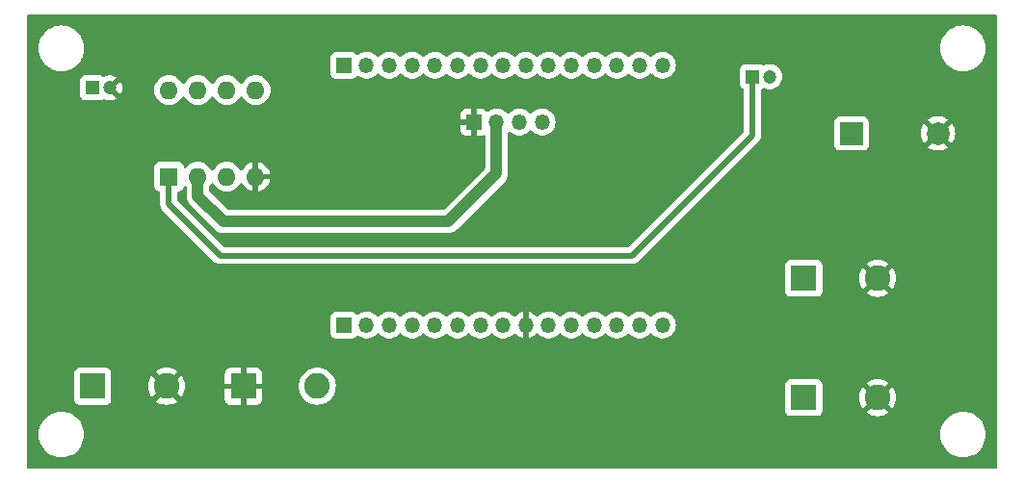
<source format=gbr>
%TF.GenerationSoftware,KiCad,Pcbnew,8.0.4*%
%TF.CreationDate,2024-12-14T18:04:40+05:30*%
%TF.ProjectId,snakeGameConsole,736e616b-6547-4616-9d65-436f6e736f6c,rev?*%
%TF.SameCoordinates,Original*%
%TF.FileFunction,Copper,L2,Bot*%
%TF.FilePolarity,Positive*%
%FSLAX46Y46*%
G04 Gerber Fmt 4.6, Leading zero omitted, Abs format (unit mm)*
G04 Created by KiCad (PCBNEW 8.0.4) date 2024-12-14 18:04:40*
%MOMM*%
%LPD*%
G01*
G04 APERTURE LIST*
%TA.AperFunction,ComponentPad*%
%ADD10R,2.000000X2.000000*%
%TD*%
%TA.AperFunction,ComponentPad*%
%ADD11C,2.000000*%
%TD*%
%TA.AperFunction,ComponentPad*%
%ADD12R,2.250000X2.250000*%
%TD*%
%TA.AperFunction,ComponentPad*%
%ADD13C,2.250000*%
%TD*%
%TA.AperFunction,ComponentPad*%
%ADD14R,1.200000X1.200000*%
%TD*%
%TA.AperFunction,ComponentPad*%
%ADD15C,1.200000*%
%TD*%
%TA.AperFunction,ComponentPad*%
%ADD16R,1.600000X1.600000*%
%TD*%
%TA.AperFunction,ComponentPad*%
%ADD17O,1.600000X1.600000*%
%TD*%
%TA.AperFunction,ComponentPad*%
%ADD18R,1.350000X1.350000*%
%TD*%
%TA.AperFunction,ComponentPad*%
%ADD19O,1.350000X1.350000*%
%TD*%
%TA.AperFunction,Conductor*%
%ADD20C,1.000000*%
%TD*%
%TA.AperFunction,Conductor*%
%ADD21C,0.500000*%
%TD*%
G04 APERTURE END LIST*
D10*
%TO.P,LS1,1,1*%
%TO.N,AMP_OUT*%
X173200000Y-96000000D03*
D11*
%TO.P,LS1,2,2*%
%TO.N,GND*%
X180800000Y-96000000D03*
%TD*%
D12*
%TO.P,SW3,1,1*%
%TO.N,LEFT*%
X106500000Y-118250000D03*
D13*
%TO.P,SW3,2,2*%
%TO.N,GND*%
X113000000Y-118250000D03*
%TD*%
D14*
%TO.P,C1,1*%
%TO.N,Net-(C1-Pad1)*%
X106500000Y-92000000D03*
D15*
%TO.P,C1,2*%
%TO.N,GND*%
X108000000Y-92000000D03*
%TD*%
D16*
%TO.P,U1,1,Out_1*%
%TO.N,Net-(U1-Out_1)*%
X113200000Y-99800000D03*
D17*
%TO.P,U1,2,VCC*%
%TO.N,3.3v*%
X115740000Y-99800000D03*
%TO.P,U1,3,Out_2*%
%TO.N,unconnected-(U1-Out_2-Pad3)*%
X118280000Y-99800000D03*
%TO.P,U1,4,GND*%
%TO.N,GND*%
X120820000Y-99800000D03*
%TO.P,U1,5,IN(+)*%
%TO.N,unconnected-(U1-IN(+)-Pad5)*%
X120820000Y-92180000D03*
%TO.P,U1,6,IN(-)*%
%TO.N,unconnected-(U1-IN(-)-Pad6)*%
X118280000Y-92180000D03*
%TO.P,U1,7,IN(+)*%
%TO.N,SPK*%
X115740000Y-92180000D03*
%TO.P,U1,8,IN(-)*%
%TO.N,Net-(C1-Pad1)*%
X113200000Y-92180000D03*
%TD*%
D12*
%TO.P,SW1,1,1*%
%TO.N,UP*%
X169000000Y-108750000D03*
D13*
%TO.P,SW1,2,2*%
%TO.N,GND*%
X175500000Y-108750000D03*
%TD*%
D12*
%TO.P,SW2,1,1*%
%TO.N,GND*%
X119750000Y-118250000D03*
D13*
%TO.P,SW2,2,2*%
%TO.N,RIGHT*%
X126250000Y-118250000D03*
%TD*%
D12*
%TO.P,SW4,1,1*%
%TO.N,DOWN*%
X169000000Y-119250000D03*
D13*
%TO.P,SW4,2,2*%
%TO.N,GND*%
X175500000Y-119250000D03*
%TD*%
D14*
%TO.P,C2,1*%
%TO.N,Net-(U1-Out_1)*%
X164500000Y-91000000D03*
D15*
%TO.P,C2,2*%
%TO.N,AMP_OUT*%
X166000000Y-91000000D03*
%TD*%
D18*
%TO.P,J3,1,Pin_1*%
%TO.N,GND*%
X140000000Y-95000000D03*
D19*
%TO.P,J3,2,Pin_2*%
%TO.N,3.3v*%
X142000000Y-95000000D03*
%TO.P,J3,3,Pin_3*%
%TO.N,SCK*%
X144000000Y-95000000D03*
%TO.P,J3,4,Pin_4*%
%TO.N,SDA*%
X146000000Y-95000000D03*
%TD*%
D18*
%TO.P,J6,1,Pin_1*%
%TO.N,unconnected-(J6-Pin_1-Pad1)*%
X128570000Y-90000000D03*
D19*
%TO.P,J6,2,Pin_2*%
%TO.N,unconnected-(J6-Pin_2-Pad2)*%
X130570000Y-90000000D03*
%TO.P,J6,3,Pin_3*%
%TO.N,unconnected-(J6-Pin_3-Pad3)*%
X132570000Y-90000000D03*
%TO.P,J6,4,Pin_4*%
%TO.N,unconnected-(J6-Pin_4-Pad4)*%
X134570000Y-90000000D03*
%TO.P,J6,5,Pin_5*%
%TO.N,unconnected-(J6-Pin_5-Pad5)*%
X136570000Y-90000000D03*
%TO.P,J6,6,Pin_6*%
%TO.N,unconnected-(J6-Pin_6-Pad6)*%
X138570000Y-90000000D03*
%TO.P,J6,7,Pin_7*%
%TO.N,unconnected-(J6-Pin_7-Pad7)*%
X140570000Y-90000000D03*
%TO.P,J6,8,Pin_8*%
%TO.N,unconnected-(J6-Pin_8-Pad8)*%
X142570000Y-90000000D03*
%TO.P,J6,9,Pin_9*%
%TO.N,unconnected-(J6-Pin_9-Pad9)*%
X144570000Y-90000000D03*
%TO.P,J6,10,Pin_10*%
%TO.N,unconnected-(J6-Pin_10-Pad10)*%
X146570000Y-90000000D03*
%TO.P,J6,11,Pin_11*%
%TO.N,unconnected-(J6-Pin_11-Pad11)*%
X148570000Y-90000000D03*
%TO.P,J6,12,Pin_12*%
%TO.N,unconnected-(J6-Pin_12-Pad12)*%
X150570000Y-90000000D03*
%TO.P,J6,13,Pin_13*%
%TO.N,unconnected-(J6-Pin_13-Pad13)*%
X152570000Y-90000000D03*
%TO.P,J6,14,Pin_14*%
%TO.N,unconnected-(J6-Pin_14-Pad14)*%
X154570000Y-90000000D03*
%TO.P,J6,15,Pin_15*%
%TO.N,unconnected-(J6-Pin_15-Pad15)*%
X156570000Y-90000000D03*
%TD*%
D18*
%TO.P,J1,1,Pin_1*%
%TO.N,unconnected-(J1-Pin_1-Pad1)*%
X128570000Y-112860000D03*
D19*
%TO.P,J1,2,Pin_2*%
%TO.N,unconnected-(J1-Pin_2-Pad2)*%
X130570000Y-112860000D03*
%TO.P,J1,3,Pin_3*%
%TO.N,unconnected-(J1-Pin_3-Pad3)*%
X132570000Y-112860000D03*
%TO.P,J1,4,Pin_4*%
%TO.N,unconnected-(J1-Pin_4-Pad4)*%
X134570000Y-112860000D03*
%TO.P,J1,5,Pin_5*%
%TO.N,unconnected-(J1-Pin_5-Pad5)*%
X136570000Y-112860000D03*
%TO.P,J1,6,Pin_6*%
%TO.N,SPK*%
X138570000Y-112860000D03*
%TO.P,J1,7,Pin_7*%
%TO.N,LEFT*%
X140570000Y-112860000D03*
%TO.P,J1,8,Pin_8*%
%TO.N,RIGHT*%
X142570000Y-112860000D03*
%TO.P,J1,9,Pin_9*%
%TO.N,GND*%
X144570000Y-112860000D03*
%TO.P,J1,10,Pin_10*%
%TO.N,3.3v*%
X146570000Y-112860000D03*
%TO.P,J1,11,Pin_11*%
%TO.N,SCK*%
X148570000Y-112860000D03*
%TO.P,J1,12,Pin_12*%
%TO.N,SDA*%
X150570000Y-112860000D03*
%TO.P,J1,13,Pin_13*%
%TO.N,UP*%
X152570000Y-112860000D03*
%TO.P,J1,14,Pin_14*%
%TO.N,DOWN*%
X154570000Y-112860000D03*
%TO.P,J1,15,Pin_15*%
%TO.N,unconnected-(J1-Pin_15-Pad15)*%
X156570000Y-112860000D03*
%TD*%
D20*
%TO.N,3.3v*%
X142000000Y-99500000D02*
X142000000Y-95000000D01*
X137750000Y-103750000D02*
X142000000Y-99500000D01*
X115740000Y-99800000D02*
X115740000Y-101490000D01*
X118000000Y-103750000D02*
X137750000Y-103750000D01*
X115740000Y-101490000D02*
X118000000Y-103750000D01*
D21*
%TO.N,Net-(U1-Out_1)*%
X164500000Y-96166351D02*
X164500000Y-91000000D01*
X117750000Y-106750000D02*
X153916351Y-106750000D01*
X113200000Y-99800000D02*
X113200000Y-102200000D01*
X153916351Y-106750000D02*
X164500000Y-96166351D01*
X113200000Y-102200000D02*
X117750000Y-106750000D01*
%TD*%
%TA.AperFunction,Conductor*%
%TO.N,GND*%
G36*
X185942539Y-85520185D02*
G01*
X185988294Y-85572989D01*
X185999500Y-85624500D01*
X185999500Y-125375500D01*
X185979815Y-125442539D01*
X185927011Y-125488294D01*
X185875500Y-125499500D01*
X100874500Y-125499500D01*
X100807461Y-125479815D01*
X100761706Y-125427011D01*
X100750500Y-125375500D01*
X100750500Y-122499998D01*
X101744390Y-122499998D01*
X101744390Y-122500001D01*
X101764804Y-122785433D01*
X101825628Y-123065037D01*
X101925635Y-123333166D01*
X102062770Y-123584309D01*
X102062775Y-123584317D01*
X102234254Y-123813387D01*
X102234270Y-123813405D01*
X102436594Y-124015729D01*
X102436612Y-124015745D01*
X102665682Y-124187224D01*
X102665690Y-124187229D01*
X102916833Y-124324364D01*
X102916832Y-124324364D01*
X102916836Y-124324365D01*
X102916839Y-124324367D01*
X103184954Y-124424369D01*
X103184960Y-124424370D01*
X103184962Y-124424371D01*
X103464566Y-124485195D01*
X103464568Y-124485195D01*
X103464572Y-124485196D01*
X103718220Y-124503337D01*
X103749999Y-124505610D01*
X103750000Y-124505610D01*
X103750001Y-124505610D01*
X103778595Y-124503564D01*
X104035428Y-124485196D01*
X104315046Y-124424369D01*
X104583161Y-124324367D01*
X104834315Y-124187226D01*
X105063395Y-124015739D01*
X105265739Y-123813395D01*
X105437226Y-123584315D01*
X105574367Y-123333161D01*
X105674369Y-123065046D01*
X105735196Y-122785428D01*
X105755610Y-122500000D01*
X105755610Y-122499998D01*
X180994390Y-122499998D01*
X180994390Y-122500001D01*
X181014804Y-122785433D01*
X181075628Y-123065037D01*
X181175635Y-123333166D01*
X181312770Y-123584309D01*
X181312775Y-123584317D01*
X181484254Y-123813387D01*
X181484270Y-123813405D01*
X181686594Y-124015729D01*
X181686612Y-124015745D01*
X181915682Y-124187224D01*
X181915690Y-124187229D01*
X182166833Y-124324364D01*
X182166832Y-124324364D01*
X182166836Y-124324365D01*
X182166839Y-124324367D01*
X182434954Y-124424369D01*
X182434960Y-124424370D01*
X182434962Y-124424371D01*
X182714566Y-124485195D01*
X182714568Y-124485195D01*
X182714572Y-124485196D01*
X182968220Y-124503337D01*
X182999999Y-124505610D01*
X183000000Y-124505610D01*
X183000001Y-124505610D01*
X183028595Y-124503564D01*
X183285428Y-124485196D01*
X183565046Y-124424369D01*
X183833161Y-124324367D01*
X184084315Y-124187226D01*
X184313395Y-124015739D01*
X184515739Y-123813395D01*
X184687226Y-123584315D01*
X184824367Y-123333161D01*
X184924369Y-123065046D01*
X184985196Y-122785428D01*
X185005610Y-122500000D01*
X184985196Y-122214572D01*
X184924369Y-121934954D01*
X184824367Y-121666839D01*
X184744025Y-121519705D01*
X184687229Y-121415690D01*
X184687224Y-121415682D01*
X184515745Y-121186612D01*
X184515729Y-121186594D01*
X184313405Y-120984270D01*
X184313387Y-120984254D01*
X184084317Y-120812775D01*
X184084309Y-120812770D01*
X183833166Y-120675635D01*
X183833167Y-120675635D01*
X183676858Y-120617335D01*
X183565046Y-120575631D01*
X183565043Y-120575630D01*
X183565037Y-120575628D01*
X183285433Y-120514804D01*
X183000001Y-120494390D01*
X182999999Y-120494390D01*
X182714566Y-120514804D01*
X182434962Y-120575628D01*
X182166833Y-120675635D01*
X181915690Y-120812770D01*
X181915682Y-120812775D01*
X181686612Y-120984254D01*
X181686594Y-120984270D01*
X181484270Y-121186594D01*
X181484254Y-121186612D01*
X181312775Y-121415682D01*
X181312770Y-121415690D01*
X181175635Y-121666833D01*
X181075628Y-121934962D01*
X181014804Y-122214566D01*
X180994390Y-122499998D01*
X105755610Y-122499998D01*
X105735196Y-122214572D01*
X105674369Y-121934954D01*
X105574367Y-121666839D01*
X105494025Y-121519705D01*
X105437229Y-121415690D01*
X105437224Y-121415682D01*
X105265745Y-121186612D01*
X105265729Y-121186594D01*
X105063405Y-120984270D01*
X105063387Y-120984254D01*
X104834317Y-120812775D01*
X104834309Y-120812770D01*
X104583166Y-120675635D01*
X104583167Y-120675635D01*
X104426858Y-120617335D01*
X104315046Y-120575631D01*
X104315043Y-120575630D01*
X104315037Y-120575628D01*
X104035433Y-120514804D01*
X103750001Y-120494390D01*
X103749999Y-120494390D01*
X103464566Y-120514804D01*
X103184962Y-120575628D01*
X102916833Y-120675635D01*
X102665690Y-120812770D01*
X102665682Y-120812775D01*
X102436612Y-120984254D01*
X102436594Y-120984270D01*
X102234270Y-121186594D01*
X102234254Y-121186612D01*
X102062775Y-121415682D01*
X102062770Y-121415690D01*
X101925635Y-121666833D01*
X101825628Y-121934962D01*
X101764804Y-122214566D01*
X101744390Y-122499998D01*
X100750500Y-122499998D01*
X100750500Y-117077135D01*
X104874500Y-117077135D01*
X104874500Y-119422870D01*
X104874501Y-119422876D01*
X104880908Y-119482483D01*
X104931202Y-119617328D01*
X104931206Y-119617335D01*
X105017452Y-119732544D01*
X105017455Y-119732547D01*
X105132664Y-119818793D01*
X105132671Y-119818797D01*
X105267517Y-119869091D01*
X105267516Y-119869091D01*
X105274444Y-119869835D01*
X105327127Y-119875500D01*
X107672872Y-119875499D01*
X107732483Y-119869091D01*
X107867331Y-119818796D01*
X107982546Y-119732546D01*
X108068796Y-119617331D01*
X108119091Y-119482483D01*
X108125500Y-119422873D01*
X108125499Y-118250000D01*
X111369975Y-118250000D01*
X111390042Y-118504989D01*
X111449752Y-118753702D01*
X111547634Y-118990012D01*
X111547636Y-118990015D01*
X111681277Y-119208098D01*
X111681284Y-119208107D01*
X111684533Y-119211912D01*
X112398958Y-118497487D01*
X112423978Y-118557890D01*
X112495112Y-118664351D01*
X112585649Y-118754888D01*
X112692110Y-118826022D01*
X112752511Y-118851041D01*
X112038087Y-119565465D01*
X112041897Y-119568719D01*
X112259984Y-119702363D01*
X112259987Y-119702365D01*
X112496297Y-119800247D01*
X112745011Y-119859957D01*
X112745010Y-119859957D01*
X113000000Y-119880024D01*
X113254989Y-119859957D01*
X113503702Y-119800247D01*
X113740012Y-119702365D01*
X113740015Y-119702363D01*
X113958095Y-119568724D01*
X113958110Y-119568713D01*
X113961911Y-119565466D01*
X113961911Y-119565464D01*
X113247489Y-118851041D01*
X113307890Y-118826022D01*
X113414351Y-118754888D01*
X113504888Y-118664351D01*
X113576022Y-118557890D01*
X113601041Y-118497488D01*
X114315464Y-119211911D01*
X114315466Y-119211911D01*
X114318713Y-119208110D01*
X114318724Y-119208095D01*
X114452363Y-118990015D01*
X114452365Y-118990012D01*
X114550247Y-118753702D01*
X114609957Y-118504989D01*
X114630024Y-118250000D01*
X114609957Y-117995010D01*
X114550247Y-117746297D01*
X114452365Y-117509987D01*
X114452363Y-117509984D01*
X114318719Y-117291897D01*
X114315465Y-117288087D01*
X113601041Y-118002511D01*
X113576022Y-117942110D01*
X113504888Y-117835649D01*
X113414351Y-117745112D01*
X113307890Y-117673978D01*
X113247488Y-117648958D01*
X113819290Y-117077155D01*
X118125000Y-117077155D01*
X118125000Y-118000000D01*
X119149999Y-118000000D01*
X119124979Y-118060402D01*
X119100000Y-118185981D01*
X119100000Y-118314019D01*
X119124979Y-118439598D01*
X119149999Y-118500000D01*
X118125000Y-118500000D01*
X118125000Y-119422844D01*
X118131401Y-119482372D01*
X118131403Y-119482379D01*
X118181645Y-119617086D01*
X118181649Y-119617093D01*
X118267809Y-119732187D01*
X118267812Y-119732190D01*
X118382906Y-119818350D01*
X118382913Y-119818354D01*
X118517620Y-119868596D01*
X118517627Y-119868598D01*
X118577155Y-119874999D01*
X118577172Y-119875000D01*
X119500000Y-119875000D01*
X119500000Y-118850001D01*
X119560402Y-118875021D01*
X119685981Y-118900000D01*
X119814019Y-118900000D01*
X119939598Y-118875021D01*
X120000000Y-118850001D01*
X120000000Y-119875000D01*
X120922828Y-119875000D01*
X120922844Y-119874999D01*
X120982372Y-119868598D01*
X120982379Y-119868596D01*
X121117086Y-119818354D01*
X121117093Y-119818350D01*
X121232187Y-119732190D01*
X121232190Y-119732187D01*
X121318350Y-119617093D01*
X121318354Y-119617086D01*
X121368596Y-119482379D01*
X121368598Y-119482372D01*
X121374999Y-119422844D01*
X121375000Y-119422827D01*
X121375000Y-118500000D01*
X120350001Y-118500000D01*
X120375021Y-118439598D01*
X120400000Y-118314019D01*
X120400000Y-118250000D01*
X124619474Y-118250000D01*
X124639547Y-118505064D01*
X124639547Y-118505067D01*
X124639548Y-118505070D01*
X124652229Y-118557890D01*
X124699279Y-118753864D01*
X124797188Y-118990239D01*
X124797190Y-118990242D01*
X124930875Y-119208396D01*
X124930878Y-119208401D01*
X125006200Y-119296591D01*
X125097044Y-119402956D01*
X125216510Y-119504989D01*
X125291598Y-119569121D01*
X125291600Y-119569122D01*
X125291601Y-119569123D01*
X125370276Y-119617335D01*
X125509757Y-119702809D01*
X125509760Y-119702811D01*
X125744993Y-119800247D01*
X125746140Y-119800722D01*
X125994930Y-119860452D01*
X126250000Y-119880526D01*
X126505070Y-119860452D01*
X126753860Y-119800722D01*
X126918449Y-119732547D01*
X126990239Y-119702811D01*
X126990240Y-119702810D01*
X126990243Y-119702809D01*
X127208399Y-119569123D01*
X127402956Y-119402956D01*
X127569123Y-119208399D01*
X127702809Y-118990243D01*
X127702904Y-118990015D01*
X127766844Y-118835649D01*
X127800722Y-118753860D01*
X127860452Y-118505070D01*
X127880526Y-118250000D01*
X127866922Y-118077135D01*
X167374500Y-118077135D01*
X167374500Y-120422870D01*
X167374501Y-120422876D01*
X167380908Y-120482483D01*
X167431202Y-120617328D01*
X167431206Y-120617335D01*
X167517452Y-120732544D01*
X167517455Y-120732547D01*
X167632664Y-120818793D01*
X167632671Y-120818797D01*
X167767517Y-120869091D01*
X167767516Y-120869091D01*
X167774444Y-120869835D01*
X167827127Y-120875500D01*
X170172872Y-120875499D01*
X170232483Y-120869091D01*
X170367331Y-120818796D01*
X170482546Y-120732546D01*
X170568796Y-120617331D01*
X170619091Y-120482483D01*
X170625500Y-120422873D01*
X170625499Y-119250000D01*
X173869975Y-119250000D01*
X173890042Y-119504989D01*
X173949752Y-119753702D01*
X174047634Y-119990012D01*
X174047636Y-119990015D01*
X174181277Y-120208098D01*
X174181284Y-120208107D01*
X174184533Y-120211912D01*
X174898958Y-119497487D01*
X174923978Y-119557890D01*
X174995112Y-119664351D01*
X175085649Y-119754888D01*
X175192110Y-119826022D01*
X175252511Y-119851041D01*
X174538087Y-120565465D01*
X174541897Y-120568719D01*
X174759984Y-120702363D01*
X174759987Y-120702365D01*
X174996297Y-120800247D01*
X175245011Y-120859957D01*
X175245010Y-120859957D01*
X175500000Y-120880024D01*
X175754989Y-120859957D01*
X176003702Y-120800247D01*
X176240012Y-120702365D01*
X176240015Y-120702363D01*
X176458095Y-120568724D01*
X176458110Y-120568713D01*
X176461911Y-120565466D01*
X176461911Y-120565464D01*
X175747489Y-119851041D01*
X175807890Y-119826022D01*
X175914351Y-119754888D01*
X176004888Y-119664351D01*
X176076022Y-119557890D01*
X176101041Y-119497488D01*
X176815464Y-120211911D01*
X176815466Y-120211911D01*
X176818713Y-120208110D01*
X176818724Y-120208095D01*
X176952363Y-119990015D01*
X176952365Y-119990012D01*
X177050247Y-119753702D01*
X177109957Y-119504989D01*
X177130024Y-119250000D01*
X177109957Y-118995010D01*
X177050247Y-118746297D01*
X176952365Y-118509987D01*
X176952363Y-118509984D01*
X176818719Y-118291897D01*
X176815465Y-118288087D01*
X176101041Y-119002511D01*
X176076022Y-118942110D01*
X176004888Y-118835649D01*
X175914351Y-118745112D01*
X175807890Y-118673978D01*
X175747488Y-118648958D01*
X176461912Y-117934533D01*
X176458107Y-117931284D01*
X176458098Y-117931277D01*
X176240015Y-117797636D01*
X176240012Y-117797634D01*
X176003702Y-117699752D01*
X175754988Y-117640042D01*
X175754989Y-117640042D01*
X175500000Y-117619975D01*
X175245010Y-117640042D01*
X174996297Y-117699752D01*
X174759987Y-117797634D01*
X174759984Y-117797636D01*
X174541893Y-117931282D01*
X174538086Y-117934532D01*
X175252512Y-118648958D01*
X175192110Y-118673978D01*
X175085649Y-118745112D01*
X174995112Y-118835649D01*
X174923978Y-118942110D01*
X174898958Y-119002512D01*
X174184532Y-118288086D01*
X174181282Y-118291893D01*
X174047636Y-118509984D01*
X174047634Y-118509987D01*
X173949752Y-118746297D01*
X173890042Y-118995010D01*
X173869975Y-119250000D01*
X170625499Y-119250000D01*
X170625499Y-118077128D01*
X170619091Y-118017517D01*
X170610696Y-117995010D01*
X170568797Y-117882671D01*
X170568793Y-117882664D01*
X170482547Y-117767455D01*
X170482544Y-117767452D01*
X170367335Y-117681206D01*
X170367328Y-117681202D01*
X170232482Y-117630908D01*
X170232483Y-117630908D01*
X170172883Y-117624501D01*
X170172881Y-117624500D01*
X170172873Y-117624500D01*
X170172864Y-117624500D01*
X167827129Y-117624500D01*
X167827123Y-117624501D01*
X167767516Y-117630908D01*
X167632671Y-117681202D01*
X167632664Y-117681206D01*
X167517455Y-117767452D01*
X167517452Y-117767455D01*
X167431206Y-117882664D01*
X167431202Y-117882671D01*
X167380908Y-118017517D01*
X167376298Y-118060402D01*
X167374501Y-118077123D01*
X167374500Y-118077135D01*
X127866922Y-118077135D01*
X127860452Y-117994930D01*
X127800722Y-117746140D01*
X127800296Y-117745112D01*
X127702811Y-117509760D01*
X127702809Y-117509757D01*
X127569124Y-117291603D01*
X127569121Y-117291598D01*
X127509319Y-117221579D01*
X127402956Y-117097044D01*
X127212680Y-116934533D01*
X127208401Y-116930878D01*
X127208396Y-116930875D01*
X126990242Y-116797190D01*
X126990239Y-116797188D01*
X126753864Y-116699279D01*
X126753860Y-116699278D01*
X126505070Y-116639548D01*
X126505067Y-116639547D01*
X126505064Y-116639547D01*
X126250000Y-116619474D01*
X125994935Y-116639547D01*
X125994931Y-116639547D01*
X125994930Y-116639548D01*
X125870535Y-116669413D01*
X125746135Y-116699279D01*
X125509760Y-116797188D01*
X125509757Y-116797190D01*
X125291603Y-116930875D01*
X125291598Y-116930878D01*
X125097044Y-117097044D01*
X124930878Y-117291598D01*
X124930875Y-117291603D01*
X124797190Y-117509757D01*
X124797188Y-117509760D01*
X124699279Y-117746135D01*
X124669413Y-117870535D01*
X124654049Y-117934532D01*
X124639547Y-117994935D01*
X124619474Y-118250000D01*
X120400000Y-118250000D01*
X120400000Y-118185981D01*
X120375021Y-118060402D01*
X120350001Y-118000000D01*
X121375000Y-118000000D01*
X121375000Y-117077172D01*
X121374999Y-117077155D01*
X121368598Y-117017627D01*
X121368596Y-117017620D01*
X121318354Y-116882913D01*
X121318350Y-116882906D01*
X121232190Y-116767812D01*
X121232187Y-116767809D01*
X121117093Y-116681649D01*
X121117086Y-116681645D01*
X120982379Y-116631403D01*
X120982372Y-116631401D01*
X120922844Y-116625000D01*
X120000000Y-116625000D01*
X120000000Y-117649998D01*
X119939598Y-117624979D01*
X119814019Y-117600000D01*
X119685981Y-117600000D01*
X119560402Y-117624979D01*
X119500000Y-117649998D01*
X119500000Y-116625000D01*
X118577155Y-116625000D01*
X118517627Y-116631401D01*
X118517620Y-116631403D01*
X118382913Y-116681645D01*
X118382906Y-116681649D01*
X118267812Y-116767809D01*
X118267809Y-116767812D01*
X118181649Y-116882906D01*
X118181645Y-116882913D01*
X118131403Y-117017620D01*
X118131401Y-117017627D01*
X118125000Y-117077155D01*
X113819290Y-117077155D01*
X113961912Y-116934533D01*
X113958107Y-116931284D01*
X113958098Y-116931277D01*
X113740015Y-116797636D01*
X113740012Y-116797634D01*
X113503702Y-116699752D01*
X113254988Y-116640042D01*
X113254989Y-116640042D01*
X113000000Y-116619975D01*
X112745010Y-116640042D01*
X112496297Y-116699752D01*
X112259987Y-116797634D01*
X112259984Y-116797636D01*
X112041893Y-116931282D01*
X112038086Y-116934532D01*
X112752512Y-117648958D01*
X112692110Y-117673978D01*
X112585649Y-117745112D01*
X112495112Y-117835649D01*
X112423978Y-117942110D01*
X112398958Y-118002512D01*
X111684532Y-117288086D01*
X111681282Y-117291893D01*
X111547636Y-117509984D01*
X111547634Y-117509987D01*
X111449752Y-117746297D01*
X111390042Y-117995010D01*
X111369975Y-118250000D01*
X108125499Y-118250000D01*
X108125499Y-117077128D01*
X108119091Y-117017517D01*
X108086928Y-116931284D01*
X108068797Y-116882671D01*
X108068793Y-116882664D01*
X107982547Y-116767455D01*
X107982544Y-116767452D01*
X107867335Y-116681206D01*
X107867328Y-116681202D01*
X107732482Y-116630908D01*
X107732483Y-116630908D01*
X107672883Y-116624501D01*
X107672881Y-116624500D01*
X107672873Y-116624500D01*
X107672864Y-116624500D01*
X105327129Y-116624500D01*
X105327123Y-116624501D01*
X105267516Y-116630908D01*
X105132671Y-116681202D01*
X105132664Y-116681206D01*
X105017455Y-116767452D01*
X105017452Y-116767455D01*
X104931206Y-116882664D01*
X104931202Y-116882671D01*
X104880908Y-117017517D01*
X104874501Y-117077116D01*
X104874501Y-117077123D01*
X104874500Y-117077135D01*
X100750500Y-117077135D01*
X100750500Y-112137135D01*
X127394500Y-112137135D01*
X127394500Y-113582870D01*
X127394501Y-113582876D01*
X127400908Y-113642483D01*
X127451202Y-113777328D01*
X127451206Y-113777335D01*
X127537452Y-113892544D01*
X127537455Y-113892547D01*
X127652664Y-113978793D01*
X127652671Y-113978797D01*
X127787517Y-114029091D01*
X127787516Y-114029091D01*
X127794444Y-114029835D01*
X127847127Y-114035500D01*
X129292872Y-114035499D01*
X129352483Y-114029091D01*
X129487331Y-113978796D01*
X129602546Y-113892546D01*
X129664785Y-113809404D01*
X129720718Y-113767535D01*
X129790410Y-113762551D01*
X129847588Y-113792078D01*
X129858568Y-113802088D01*
X129858570Y-113802089D01*
X129858571Y-113802090D01*
X130043786Y-113916770D01*
X130043792Y-113916773D01*
X130066664Y-113925633D01*
X130246931Y-113995470D01*
X130461074Y-114035500D01*
X130461076Y-114035500D01*
X130678924Y-114035500D01*
X130678926Y-114035500D01*
X130893069Y-113995470D01*
X131096210Y-113916772D01*
X131281432Y-113802088D01*
X131442427Y-113655322D01*
X131471047Y-113617422D01*
X131527153Y-113575787D01*
X131596865Y-113571094D01*
X131658048Y-113604836D01*
X131668946Y-113617414D01*
X131697573Y-113655322D01*
X131858568Y-113802088D01*
X131858575Y-113802092D01*
X131858576Y-113802093D01*
X132043786Y-113916770D01*
X132043792Y-113916773D01*
X132066664Y-113925633D01*
X132246931Y-113995470D01*
X132461074Y-114035500D01*
X132461076Y-114035500D01*
X132678924Y-114035500D01*
X132678926Y-114035500D01*
X132893069Y-113995470D01*
X133096210Y-113916772D01*
X133281432Y-113802088D01*
X133442427Y-113655322D01*
X133471047Y-113617422D01*
X133527153Y-113575787D01*
X133596865Y-113571094D01*
X133658048Y-113604836D01*
X133668946Y-113617414D01*
X133697573Y-113655322D01*
X133858568Y-113802088D01*
X133858575Y-113802092D01*
X133858576Y-113802093D01*
X134043786Y-113916770D01*
X134043792Y-113916773D01*
X134066664Y-113925633D01*
X134246931Y-113995470D01*
X134461074Y-114035500D01*
X134461076Y-114035500D01*
X134678924Y-114035500D01*
X134678926Y-114035500D01*
X134893069Y-113995470D01*
X135096210Y-113916772D01*
X135281432Y-113802088D01*
X135442427Y-113655322D01*
X135471047Y-113617422D01*
X135527153Y-113575787D01*
X135596865Y-113571094D01*
X135658048Y-113604836D01*
X135668946Y-113617414D01*
X135697573Y-113655322D01*
X135858568Y-113802088D01*
X135858575Y-113802092D01*
X135858576Y-113802093D01*
X136043786Y-113916770D01*
X136043792Y-113916773D01*
X136066664Y-113925633D01*
X136246931Y-113995470D01*
X136461074Y-114035500D01*
X136461076Y-114035500D01*
X136678924Y-114035500D01*
X136678926Y-114035500D01*
X136893069Y-113995470D01*
X137096210Y-113916772D01*
X137281432Y-113802088D01*
X137442427Y-113655322D01*
X137471047Y-113617422D01*
X137527153Y-113575787D01*
X137596865Y-113571094D01*
X137658048Y-113604836D01*
X137668946Y-113617414D01*
X137697573Y-113655322D01*
X137858568Y-113802088D01*
X137858575Y-113802092D01*
X137858576Y-113802093D01*
X138043786Y-113916770D01*
X138043792Y-113916773D01*
X138066664Y-113925633D01*
X138246931Y-113995470D01*
X138461074Y-114035500D01*
X138461076Y-114035500D01*
X138678924Y-114035500D01*
X138678926Y-114035500D01*
X138893069Y-113995470D01*
X139096210Y-113916772D01*
X139281432Y-113802088D01*
X139442427Y-113655322D01*
X139471047Y-113617422D01*
X139527153Y-113575787D01*
X139596865Y-113571094D01*
X139658048Y-113604836D01*
X139668946Y-113617414D01*
X139697573Y-113655322D01*
X139858568Y-113802088D01*
X139858575Y-113802092D01*
X139858576Y-113802093D01*
X140043786Y-113916770D01*
X140043792Y-113916773D01*
X140066664Y-113925633D01*
X140246931Y-113995470D01*
X140461074Y-114035500D01*
X140461076Y-114035500D01*
X140678924Y-114035500D01*
X140678926Y-114035500D01*
X140893069Y-113995470D01*
X141096210Y-113916772D01*
X141281432Y-113802088D01*
X141442427Y-113655322D01*
X141471047Y-113617422D01*
X141527153Y-113575787D01*
X141596865Y-113571094D01*
X141658048Y-113604836D01*
X141668946Y-113617414D01*
X141697573Y-113655322D01*
X141858568Y-113802088D01*
X141858575Y-113802092D01*
X141858576Y-113802093D01*
X142043786Y-113916770D01*
X142043792Y-113916773D01*
X142066664Y-113925633D01*
X142246931Y-113995470D01*
X142461074Y-114035500D01*
X142461076Y-114035500D01*
X142678924Y-114035500D01*
X142678926Y-114035500D01*
X142893069Y-113995470D01*
X143096210Y-113916772D01*
X143281432Y-113802088D01*
X143442427Y-113655322D01*
X143471359Y-113617009D01*
X143527465Y-113575373D01*
X143597177Y-113570680D01*
X143658360Y-113604421D01*
X143669267Y-113617009D01*
X143697942Y-113654981D01*
X143697949Y-113654989D01*
X143858868Y-113801685D01*
X144044012Y-113916322D01*
X144044023Y-113916327D01*
X144247060Y-113994984D01*
X144320000Y-114008619D01*
X144320000Y-113175686D01*
X144324394Y-113180080D01*
X144415606Y-113232741D01*
X144517339Y-113260000D01*
X144622661Y-113260000D01*
X144724394Y-113232741D01*
X144815606Y-113180080D01*
X144820000Y-113175686D01*
X144820000Y-114008619D01*
X144892939Y-113994984D01*
X145095976Y-113916327D01*
X145095987Y-113916322D01*
X145281130Y-113801685D01*
X145281131Y-113801685D01*
X145442055Y-113654984D01*
X145470730Y-113617012D01*
X145526838Y-113575374D01*
X145596550Y-113570681D01*
X145657733Y-113604422D01*
X145668640Y-113617009D01*
X145687512Y-113642000D01*
X145697573Y-113655322D01*
X145858568Y-113802088D01*
X145858575Y-113802092D01*
X145858576Y-113802093D01*
X146043786Y-113916770D01*
X146043792Y-113916773D01*
X146066664Y-113925633D01*
X146246931Y-113995470D01*
X146461074Y-114035500D01*
X146461076Y-114035500D01*
X146678924Y-114035500D01*
X146678926Y-114035500D01*
X146893069Y-113995470D01*
X147096210Y-113916772D01*
X147281432Y-113802088D01*
X147442427Y-113655322D01*
X147471047Y-113617422D01*
X147527153Y-113575787D01*
X147596865Y-113571094D01*
X147658048Y-113604836D01*
X147668946Y-113617414D01*
X147697573Y-113655322D01*
X147858568Y-113802088D01*
X147858575Y-113802092D01*
X147858576Y-113802093D01*
X148043786Y-113916770D01*
X148043792Y-113916773D01*
X148066664Y-113925633D01*
X148246931Y-113995470D01*
X148461074Y-114035500D01*
X148461076Y-114035500D01*
X148678924Y-114035500D01*
X148678926Y-114035500D01*
X148893069Y-113995470D01*
X149096210Y-113916772D01*
X149281432Y-113802088D01*
X149442427Y-113655322D01*
X149471047Y-113617422D01*
X149527153Y-113575787D01*
X149596865Y-113571094D01*
X149658048Y-113604836D01*
X149668946Y-113617414D01*
X149697573Y-113655322D01*
X149858568Y-113802088D01*
X149858575Y-113802092D01*
X149858576Y-113802093D01*
X150043786Y-113916770D01*
X150043792Y-113916773D01*
X150066664Y-113925633D01*
X150246931Y-113995470D01*
X150461074Y-114035500D01*
X150461076Y-114035500D01*
X150678924Y-114035500D01*
X150678926Y-114035500D01*
X150893069Y-113995470D01*
X151096210Y-113916772D01*
X151281432Y-113802088D01*
X151442427Y-113655322D01*
X151471047Y-113617422D01*
X151527153Y-113575787D01*
X151596865Y-113571094D01*
X151658048Y-113604836D01*
X151668946Y-113617414D01*
X151697573Y-113655322D01*
X151858568Y-113802088D01*
X151858575Y-113802092D01*
X151858576Y-113802093D01*
X152043786Y-113916770D01*
X152043792Y-113916773D01*
X152066664Y-113925633D01*
X152246931Y-113995470D01*
X152461074Y-114035500D01*
X152461076Y-114035500D01*
X152678924Y-114035500D01*
X152678926Y-114035500D01*
X152893069Y-113995470D01*
X153096210Y-113916772D01*
X153281432Y-113802088D01*
X153442427Y-113655322D01*
X153471047Y-113617422D01*
X153527153Y-113575787D01*
X153596865Y-113571094D01*
X153658048Y-113604836D01*
X153668946Y-113617414D01*
X153697573Y-113655322D01*
X153858568Y-113802088D01*
X153858575Y-113802092D01*
X153858576Y-113802093D01*
X154043786Y-113916770D01*
X154043792Y-113916773D01*
X154066664Y-113925633D01*
X154246931Y-113995470D01*
X154461074Y-114035500D01*
X154461076Y-114035500D01*
X154678924Y-114035500D01*
X154678926Y-114035500D01*
X154893069Y-113995470D01*
X155096210Y-113916772D01*
X155281432Y-113802088D01*
X155442427Y-113655322D01*
X155471047Y-113617422D01*
X155527153Y-113575787D01*
X155596865Y-113571094D01*
X155658048Y-113604836D01*
X155668946Y-113617414D01*
X155697573Y-113655322D01*
X155858568Y-113802088D01*
X155858575Y-113802092D01*
X155858576Y-113802093D01*
X156043786Y-113916770D01*
X156043792Y-113916773D01*
X156066664Y-113925633D01*
X156246931Y-113995470D01*
X156461074Y-114035500D01*
X156461076Y-114035500D01*
X156678924Y-114035500D01*
X156678926Y-114035500D01*
X156893069Y-113995470D01*
X157096210Y-113916772D01*
X157281432Y-113802088D01*
X157442427Y-113655322D01*
X157573712Y-113481472D01*
X157670817Y-113286459D01*
X157730435Y-113076923D01*
X157750536Y-112860000D01*
X157730435Y-112643077D01*
X157670817Y-112433541D01*
X157573712Y-112238528D01*
X157442427Y-112064678D01*
X157415016Y-112039690D01*
X157325996Y-111958537D01*
X157281432Y-111917912D01*
X157281428Y-111917909D01*
X157281423Y-111917906D01*
X157096213Y-111803229D01*
X157096207Y-111803226D01*
X157011113Y-111770260D01*
X156893069Y-111724530D01*
X156678926Y-111684500D01*
X156461074Y-111684500D01*
X156246931Y-111724530D01*
X156203896Y-111741202D01*
X156043792Y-111803226D01*
X156043786Y-111803229D01*
X155858576Y-111917906D01*
X155858566Y-111917913D01*
X155697573Y-112064676D01*
X155668953Y-112102576D01*
X155612844Y-112144211D01*
X155543132Y-112148902D01*
X155481950Y-112115159D01*
X155471047Y-112102576D01*
X155442426Y-112064676D01*
X155281433Y-111917913D01*
X155281423Y-111917906D01*
X155096213Y-111803229D01*
X155096207Y-111803226D01*
X155011113Y-111770260D01*
X154893069Y-111724530D01*
X154678926Y-111684500D01*
X154461074Y-111684500D01*
X154246931Y-111724530D01*
X154203896Y-111741202D01*
X154043792Y-111803226D01*
X154043786Y-111803229D01*
X153858576Y-111917906D01*
X153858566Y-111917913D01*
X153697573Y-112064676D01*
X153668953Y-112102576D01*
X153612844Y-112144211D01*
X153543132Y-112148902D01*
X153481950Y-112115159D01*
X153471047Y-112102576D01*
X153442426Y-112064676D01*
X153281433Y-111917913D01*
X153281423Y-111917906D01*
X153096213Y-111803229D01*
X153096207Y-111803226D01*
X153011113Y-111770260D01*
X152893069Y-111724530D01*
X152678926Y-111684500D01*
X152461074Y-111684500D01*
X152246931Y-111724530D01*
X152203896Y-111741202D01*
X152043792Y-111803226D01*
X152043786Y-111803229D01*
X151858576Y-111917906D01*
X151858566Y-111917913D01*
X151697573Y-112064676D01*
X151668953Y-112102576D01*
X151612844Y-112144211D01*
X151543132Y-112148902D01*
X151481950Y-112115159D01*
X151471047Y-112102576D01*
X151442426Y-112064676D01*
X151281433Y-111917913D01*
X151281423Y-111917906D01*
X151096213Y-111803229D01*
X151096207Y-111803226D01*
X151011113Y-111770260D01*
X150893069Y-111724530D01*
X150678926Y-111684500D01*
X150461074Y-111684500D01*
X150246931Y-111724530D01*
X150203896Y-111741202D01*
X150043792Y-111803226D01*
X150043786Y-111803229D01*
X149858576Y-111917906D01*
X149858566Y-111917913D01*
X149697573Y-112064676D01*
X149668953Y-112102576D01*
X149612844Y-112144211D01*
X149543132Y-112148902D01*
X149481950Y-112115159D01*
X149471047Y-112102576D01*
X149442426Y-112064676D01*
X149281433Y-111917913D01*
X149281423Y-111917906D01*
X149096213Y-111803229D01*
X149096207Y-111803226D01*
X149011113Y-111770260D01*
X148893069Y-111724530D01*
X148678926Y-111684500D01*
X148461074Y-111684500D01*
X148246931Y-111724530D01*
X148203896Y-111741202D01*
X148043792Y-111803226D01*
X148043786Y-111803229D01*
X147858576Y-111917906D01*
X147858566Y-111917913D01*
X147697573Y-112064676D01*
X147668953Y-112102576D01*
X147612844Y-112144211D01*
X147543132Y-112148902D01*
X147481950Y-112115159D01*
X147471047Y-112102576D01*
X147442426Y-112064676D01*
X147281433Y-111917913D01*
X147281423Y-111917906D01*
X147096213Y-111803229D01*
X147096207Y-111803226D01*
X147011113Y-111770260D01*
X146893069Y-111724530D01*
X146678926Y-111684500D01*
X146461074Y-111684500D01*
X146246931Y-111724530D01*
X146203896Y-111741202D01*
X146043792Y-111803226D01*
X146043786Y-111803229D01*
X145858576Y-111917906D01*
X145858566Y-111917913D01*
X145697574Y-112064676D01*
X145668640Y-112102991D01*
X145612530Y-112144627D01*
X145542818Y-112149318D01*
X145481637Y-112115576D01*
X145470731Y-112102990D01*
X145442051Y-112065011D01*
X145442050Y-112065010D01*
X145281131Y-111918314D01*
X145095987Y-111803677D01*
X145095985Y-111803676D01*
X144892931Y-111725013D01*
X144892921Y-111725010D01*
X144820001Y-111711378D01*
X144820000Y-111711379D01*
X144820000Y-112544314D01*
X144815606Y-112539920D01*
X144724394Y-112487259D01*
X144622661Y-112460000D01*
X144517339Y-112460000D01*
X144415606Y-112487259D01*
X144324394Y-112539920D01*
X144320000Y-112544314D01*
X144320000Y-111711379D01*
X144319998Y-111711378D01*
X144247078Y-111725010D01*
X144247068Y-111725013D01*
X144044014Y-111803676D01*
X144044012Y-111803677D01*
X143858869Y-111918314D01*
X143858868Y-111918314D01*
X143697945Y-112065014D01*
X143669267Y-112102990D01*
X143613157Y-112144626D01*
X143543445Y-112149317D01*
X143482264Y-112115575D01*
X143471359Y-112102990D01*
X143462547Y-112091321D01*
X143442427Y-112064678D01*
X143415016Y-112039690D01*
X143325996Y-111958537D01*
X143281432Y-111917912D01*
X143281428Y-111917909D01*
X143281423Y-111917906D01*
X143096213Y-111803229D01*
X143096207Y-111803226D01*
X143011113Y-111770260D01*
X142893069Y-111724530D01*
X142678926Y-111684500D01*
X142461074Y-111684500D01*
X142246931Y-111724530D01*
X142203896Y-111741202D01*
X142043792Y-111803226D01*
X142043786Y-111803229D01*
X141858576Y-111917906D01*
X141858566Y-111917913D01*
X141697573Y-112064676D01*
X141668953Y-112102576D01*
X141612844Y-112144211D01*
X141543132Y-112148902D01*
X141481950Y-112115159D01*
X141471047Y-112102576D01*
X141442426Y-112064676D01*
X141281433Y-111917913D01*
X141281423Y-111917906D01*
X141096213Y-111803229D01*
X141096207Y-111803226D01*
X141011113Y-111770260D01*
X140893069Y-111724530D01*
X140678926Y-111684500D01*
X140461074Y-111684500D01*
X140246931Y-111724530D01*
X140203896Y-111741202D01*
X140043792Y-111803226D01*
X140043786Y-111803229D01*
X139858576Y-111917906D01*
X139858566Y-111917913D01*
X139697573Y-112064676D01*
X139668953Y-112102576D01*
X139612844Y-112144211D01*
X139543132Y-112148902D01*
X139481950Y-112115159D01*
X139471047Y-112102576D01*
X139442426Y-112064676D01*
X139281433Y-111917913D01*
X139281423Y-111917906D01*
X139096213Y-111803229D01*
X139096207Y-111803226D01*
X139011113Y-111770260D01*
X138893069Y-111724530D01*
X138678926Y-111684500D01*
X138461074Y-111684500D01*
X138246931Y-111724530D01*
X138203896Y-111741202D01*
X138043792Y-111803226D01*
X138043786Y-111803229D01*
X137858576Y-111917906D01*
X137858566Y-111917913D01*
X137697573Y-112064676D01*
X137668953Y-112102576D01*
X137612844Y-112144211D01*
X137543132Y-112148902D01*
X137481950Y-112115159D01*
X137471047Y-112102576D01*
X137442426Y-112064676D01*
X137281433Y-111917913D01*
X137281423Y-111917906D01*
X137096213Y-111803229D01*
X137096207Y-111803226D01*
X137011113Y-111770260D01*
X136893069Y-111724530D01*
X136678926Y-111684500D01*
X136461074Y-111684500D01*
X136246931Y-111724530D01*
X136203896Y-111741202D01*
X136043792Y-111803226D01*
X136043786Y-111803229D01*
X135858576Y-111917906D01*
X135858566Y-111917913D01*
X135697573Y-112064676D01*
X135668953Y-112102576D01*
X135612844Y-112144211D01*
X135543132Y-112148902D01*
X135481950Y-112115159D01*
X135471047Y-112102576D01*
X135442426Y-112064676D01*
X135281433Y-111917913D01*
X135281423Y-111917906D01*
X135096213Y-111803229D01*
X135096207Y-111803226D01*
X135011113Y-111770260D01*
X134893069Y-111724530D01*
X134678926Y-111684500D01*
X134461074Y-111684500D01*
X134246931Y-111724530D01*
X134203896Y-111741202D01*
X134043792Y-111803226D01*
X134043786Y-111803229D01*
X133858576Y-111917906D01*
X133858566Y-111917913D01*
X133697573Y-112064676D01*
X133668953Y-112102576D01*
X133612844Y-112144211D01*
X133543132Y-112148902D01*
X133481950Y-112115159D01*
X133471047Y-112102576D01*
X133442426Y-112064676D01*
X133281433Y-111917913D01*
X133281423Y-111917906D01*
X133096213Y-111803229D01*
X133096207Y-111803226D01*
X133011113Y-111770260D01*
X132893069Y-111724530D01*
X132678926Y-111684500D01*
X132461074Y-111684500D01*
X132246931Y-111724530D01*
X132203896Y-111741202D01*
X132043792Y-111803226D01*
X132043786Y-111803229D01*
X131858576Y-111917906D01*
X131858566Y-111917913D01*
X131697573Y-112064676D01*
X131668953Y-112102576D01*
X131612844Y-112144211D01*
X131543132Y-112148902D01*
X131481950Y-112115159D01*
X131471047Y-112102576D01*
X131442426Y-112064676D01*
X131281433Y-111917913D01*
X131281423Y-111917906D01*
X131096213Y-111803229D01*
X131096207Y-111803226D01*
X131011113Y-111770260D01*
X130893069Y-111724530D01*
X130678926Y-111684500D01*
X130461074Y-111684500D01*
X130246931Y-111724530D01*
X130203896Y-111741202D01*
X130043792Y-111803226D01*
X130043786Y-111803229D01*
X129858565Y-111917913D01*
X129847585Y-111927923D01*
X129784780Y-111958537D01*
X129715393Y-111950336D01*
X129664785Y-111910594D01*
X129638848Y-111875948D01*
X129602546Y-111827454D01*
X129602544Y-111827453D01*
X129602544Y-111827452D01*
X129487335Y-111741206D01*
X129487328Y-111741202D01*
X129352482Y-111690908D01*
X129352483Y-111690908D01*
X129292883Y-111684501D01*
X129292881Y-111684500D01*
X129292873Y-111684500D01*
X129292864Y-111684500D01*
X127847129Y-111684500D01*
X127847123Y-111684501D01*
X127787516Y-111690908D01*
X127652671Y-111741202D01*
X127652664Y-111741206D01*
X127537455Y-111827452D01*
X127537452Y-111827455D01*
X127451206Y-111942664D01*
X127451202Y-111942671D01*
X127400908Y-112077517D01*
X127394501Y-112137116D01*
X127394500Y-112137135D01*
X100750500Y-112137135D01*
X100750500Y-107577135D01*
X167374500Y-107577135D01*
X167374500Y-109922870D01*
X167374501Y-109922876D01*
X167380908Y-109982483D01*
X167431202Y-110117328D01*
X167431206Y-110117335D01*
X167517452Y-110232544D01*
X167517455Y-110232547D01*
X167632664Y-110318793D01*
X167632671Y-110318797D01*
X167767517Y-110369091D01*
X167767516Y-110369091D01*
X167774444Y-110369835D01*
X167827127Y-110375500D01*
X170172872Y-110375499D01*
X170232483Y-110369091D01*
X170367331Y-110318796D01*
X170482546Y-110232546D01*
X170568796Y-110117331D01*
X170619091Y-109982483D01*
X170625500Y-109922873D01*
X170625499Y-108750000D01*
X173869975Y-108750000D01*
X173890042Y-109004989D01*
X173949752Y-109253702D01*
X174047634Y-109490012D01*
X174047636Y-109490015D01*
X174181277Y-109708098D01*
X174181284Y-109708107D01*
X174184533Y-109711912D01*
X174898958Y-108997487D01*
X174923978Y-109057890D01*
X174995112Y-109164351D01*
X175085649Y-109254888D01*
X175192110Y-109326022D01*
X175252511Y-109351041D01*
X174538087Y-110065465D01*
X174541897Y-110068719D01*
X174759984Y-110202363D01*
X174759987Y-110202365D01*
X174996297Y-110300247D01*
X175245011Y-110359957D01*
X175245010Y-110359957D01*
X175500000Y-110380024D01*
X175754989Y-110359957D01*
X176003702Y-110300247D01*
X176240012Y-110202365D01*
X176240015Y-110202363D01*
X176458095Y-110068724D01*
X176458110Y-110068713D01*
X176461911Y-110065466D01*
X176461911Y-110065464D01*
X175747489Y-109351041D01*
X175807890Y-109326022D01*
X175914351Y-109254888D01*
X176004888Y-109164351D01*
X176076022Y-109057890D01*
X176101041Y-108997488D01*
X176815464Y-109711911D01*
X176815466Y-109711911D01*
X176818713Y-109708110D01*
X176818724Y-109708095D01*
X176952363Y-109490015D01*
X176952365Y-109490012D01*
X177050247Y-109253702D01*
X177109957Y-109004989D01*
X177130024Y-108750000D01*
X177109957Y-108495010D01*
X177050247Y-108246297D01*
X176952365Y-108009987D01*
X176952363Y-108009984D01*
X176818719Y-107791897D01*
X176815465Y-107788087D01*
X176101041Y-108502511D01*
X176076022Y-108442110D01*
X176004888Y-108335649D01*
X175914351Y-108245112D01*
X175807890Y-108173978D01*
X175747488Y-108148958D01*
X176461912Y-107434533D01*
X176458107Y-107431284D01*
X176458098Y-107431277D01*
X176240015Y-107297636D01*
X176240012Y-107297634D01*
X176003702Y-107199752D01*
X175754988Y-107140042D01*
X175754989Y-107140042D01*
X175500000Y-107119975D01*
X175245010Y-107140042D01*
X174996297Y-107199752D01*
X174759987Y-107297634D01*
X174759984Y-107297636D01*
X174541893Y-107431282D01*
X174538086Y-107434532D01*
X175252512Y-108148958D01*
X175192110Y-108173978D01*
X175085649Y-108245112D01*
X174995112Y-108335649D01*
X174923978Y-108442110D01*
X174898958Y-108502512D01*
X174184532Y-107788086D01*
X174181282Y-107791893D01*
X174047636Y-108009984D01*
X174047634Y-108009987D01*
X173949752Y-108246297D01*
X173890042Y-108495010D01*
X173869975Y-108750000D01*
X170625499Y-108750000D01*
X170625499Y-107577128D01*
X170619091Y-107517517D01*
X170610604Y-107494763D01*
X170568797Y-107382671D01*
X170568793Y-107382664D01*
X170482547Y-107267455D01*
X170482544Y-107267452D01*
X170367335Y-107181206D01*
X170367328Y-107181202D01*
X170232482Y-107130908D01*
X170232483Y-107130908D01*
X170172883Y-107124501D01*
X170172881Y-107124500D01*
X170172873Y-107124500D01*
X170172864Y-107124500D01*
X167827129Y-107124500D01*
X167827123Y-107124501D01*
X167767516Y-107130908D01*
X167632671Y-107181202D01*
X167632664Y-107181206D01*
X167517455Y-107267452D01*
X167517452Y-107267455D01*
X167431206Y-107382664D01*
X167431202Y-107382671D01*
X167380908Y-107517517D01*
X167374501Y-107577116D01*
X167374501Y-107577123D01*
X167374500Y-107577135D01*
X100750500Y-107577135D01*
X100750500Y-98952135D01*
X111899500Y-98952135D01*
X111899500Y-100647870D01*
X111899501Y-100647876D01*
X111905908Y-100707483D01*
X111956202Y-100842328D01*
X111956206Y-100842335D01*
X112042452Y-100957544D01*
X112042455Y-100957547D01*
X112157664Y-101043793D01*
X112157671Y-101043797D01*
X112292516Y-101094091D01*
X112338757Y-101099063D01*
X112403307Y-101125801D01*
X112443155Y-101183194D01*
X112449500Y-101222351D01*
X112449500Y-102273918D01*
X112449500Y-102273920D01*
X112449499Y-102273920D01*
X112478340Y-102418907D01*
X112478343Y-102418917D01*
X112534914Y-102555492D01*
X112567812Y-102604727D01*
X112567813Y-102604730D01*
X112617046Y-102678414D01*
X112617052Y-102678421D01*
X117271584Y-107332952D01*
X117271586Y-107332954D01*
X117301058Y-107352645D01*
X117345268Y-107382184D01*
X117345270Y-107382187D01*
X117345271Y-107382187D01*
X117394496Y-107415079D01*
X117394511Y-107415087D01*
X117451079Y-107438518D01*
X117451080Y-107438518D01*
X117531088Y-107471659D01*
X117647241Y-107494763D01*
X117666468Y-107498587D01*
X117676081Y-107500500D01*
X117676082Y-107500500D01*
X153990271Y-107500500D01*
X154087813Y-107481096D01*
X154135264Y-107471658D01*
X154271846Y-107415084D01*
X154321080Y-107382186D01*
X154321085Y-107382183D01*
X154345422Y-107365921D01*
X154394767Y-107332952D01*
X165082952Y-96644767D01*
X165132186Y-96571080D01*
X165165084Y-96521846D01*
X165221658Y-96385264D01*
X165245340Y-96266209D01*
X165250500Y-96240271D01*
X165250500Y-94952135D01*
X171699500Y-94952135D01*
X171699500Y-97047870D01*
X171699501Y-97047876D01*
X171705908Y-97107483D01*
X171756202Y-97242328D01*
X171756206Y-97242335D01*
X171842452Y-97357544D01*
X171842455Y-97357547D01*
X171957664Y-97443793D01*
X171957671Y-97443797D01*
X172092517Y-97494091D01*
X172092516Y-97494091D01*
X172099444Y-97494835D01*
X172152127Y-97500500D01*
X174247872Y-97500499D01*
X174307483Y-97494091D01*
X174442331Y-97443796D01*
X174557546Y-97357546D01*
X174643796Y-97242331D01*
X174694091Y-97107483D01*
X174700500Y-97047873D01*
X174700499Y-95999994D01*
X179294859Y-95999994D01*
X179294859Y-96000005D01*
X179315385Y-96247729D01*
X179315387Y-96247738D01*
X179376412Y-96488717D01*
X179476266Y-96716364D01*
X179576564Y-96869882D01*
X180317037Y-96129409D01*
X180334075Y-96192993D01*
X180399901Y-96307007D01*
X180492993Y-96400099D01*
X180607007Y-96465925D01*
X180670590Y-96482962D01*
X179929942Y-97223609D01*
X179976768Y-97260055D01*
X179976770Y-97260056D01*
X180195385Y-97378364D01*
X180195396Y-97378369D01*
X180430506Y-97459083D01*
X180675707Y-97500000D01*
X180924293Y-97500000D01*
X181169493Y-97459083D01*
X181404603Y-97378369D01*
X181404614Y-97378364D01*
X181623228Y-97260057D01*
X181623231Y-97260055D01*
X181670056Y-97223609D01*
X180929409Y-96482962D01*
X180992993Y-96465925D01*
X181107007Y-96400099D01*
X181200099Y-96307007D01*
X181265925Y-96192993D01*
X181282962Y-96129410D01*
X182023434Y-96869882D01*
X182123731Y-96716369D01*
X182223587Y-96488717D01*
X182284612Y-96247738D01*
X182284614Y-96247729D01*
X182305141Y-96000005D01*
X182305141Y-95999994D01*
X182284614Y-95752270D01*
X182284612Y-95752261D01*
X182223587Y-95511282D01*
X182123731Y-95283630D01*
X182023434Y-95130116D01*
X181282962Y-95870589D01*
X181265925Y-95807007D01*
X181200099Y-95692993D01*
X181107007Y-95599901D01*
X180992993Y-95534075D01*
X180929410Y-95517037D01*
X181670057Y-94776390D01*
X181670056Y-94776389D01*
X181623229Y-94739943D01*
X181404614Y-94621635D01*
X181404603Y-94621630D01*
X181169493Y-94540916D01*
X180924293Y-94500000D01*
X180675707Y-94500000D01*
X180430506Y-94540916D01*
X180195396Y-94621630D01*
X180195390Y-94621632D01*
X179976761Y-94739949D01*
X179929942Y-94776388D01*
X179929942Y-94776390D01*
X180670590Y-95517037D01*
X180607007Y-95534075D01*
X180492993Y-95599901D01*
X180399901Y-95692993D01*
X180334075Y-95807007D01*
X180317037Y-95870589D01*
X179576564Y-95130116D01*
X179476267Y-95283632D01*
X179376412Y-95511282D01*
X179315387Y-95752261D01*
X179315385Y-95752270D01*
X179294859Y-95999994D01*
X174700499Y-95999994D01*
X174700499Y-94952128D01*
X174694091Y-94892517D01*
X174676594Y-94845606D01*
X174643797Y-94757671D01*
X174643793Y-94757664D01*
X174557547Y-94642455D01*
X174557544Y-94642452D01*
X174442335Y-94556206D01*
X174442328Y-94556202D01*
X174307482Y-94505908D01*
X174307483Y-94505908D01*
X174247883Y-94499501D01*
X174247881Y-94499500D01*
X174247873Y-94499500D01*
X174247864Y-94499500D01*
X172152129Y-94499500D01*
X172152123Y-94499501D01*
X172092516Y-94505908D01*
X171957671Y-94556202D01*
X171957664Y-94556206D01*
X171842455Y-94642452D01*
X171842452Y-94642455D01*
X171756206Y-94757664D01*
X171756202Y-94757671D01*
X171705908Y-94892517D01*
X171700015Y-94947339D01*
X171699501Y-94952123D01*
X171699500Y-94952135D01*
X165250500Y-94952135D01*
X165250500Y-92164141D01*
X165270185Y-92097102D01*
X165322989Y-92051347D01*
X165331149Y-92047966D01*
X165342331Y-92043796D01*
X165391521Y-92006971D01*
X165456981Y-91982554D01*
X165510622Y-91990610D01*
X165697544Y-92063024D01*
X165898024Y-92100500D01*
X165898026Y-92100500D01*
X166101974Y-92100500D01*
X166101976Y-92100500D01*
X166302456Y-92063024D01*
X166492637Y-91989348D01*
X166666041Y-91881981D01*
X166816764Y-91744579D01*
X166939673Y-91581821D01*
X167030582Y-91399250D01*
X167086397Y-91203083D01*
X167105215Y-91000000D01*
X167097554Y-90917328D01*
X167086397Y-90796917D01*
X167065329Y-90722872D01*
X167030582Y-90600750D01*
X166939673Y-90418179D01*
X166816764Y-90255421D01*
X166816762Y-90255418D01*
X166666041Y-90118019D01*
X166666039Y-90118017D01*
X166492642Y-90010655D01*
X166492635Y-90010651D01*
X166397546Y-89973814D01*
X166302456Y-89936976D01*
X166101976Y-89899500D01*
X165898024Y-89899500D01*
X165697544Y-89936976D01*
X165697541Y-89936976D01*
X165697541Y-89936977D01*
X165510626Y-90009388D01*
X165441002Y-90015250D01*
X165391521Y-89993027D01*
X165342335Y-89956206D01*
X165342328Y-89956202D01*
X165207482Y-89905908D01*
X165207483Y-89905908D01*
X165147883Y-89899501D01*
X165147881Y-89899500D01*
X165147873Y-89899500D01*
X165147864Y-89899500D01*
X163852129Y-89899500D01*
X163852123Y-89899501D01*
X163792516Y-89905908D01*
X163657671Y-89956202D01*
X163657664Y-89956206D01*
X163542455Y-90042452D01*
X163542452Y-90042455D01*
X163456206Y-90157664D01*
X163456202Y-90157671D01*
X163405908Y-90292517D01*
X163399501Y-90352116D01*
X163399500Y-90352135D01*
X163399500Y-91647870D01*
X163399501Y-91647876D01*
X163405908Y-91707483D01*
X163456202Y-91842328D01*
X163456206Y-91842335D01*
X163542452Y-91957544D01*
X163542455Y-91957547D01*
X163657665Y-92043794D01*
X163657667Y-92043794D01*
X163657669Y-92043796D01*
X163668830Y-92047958D01*
X163724764Y-92089826D01*
X163749184Y-92155289D01*
X163749500Y-92164141D01*
X163749500Y-95804121D01*
X163729815Y-95871160D01*
X163713181Y-95891802D01*
X153641802Y-105963181D01*
X153580479Y-105996666D01*
X153554121Y-105999500D01*
X118112230Y-105999500D01*
X118045191Y-105979815D01*
X118024549Y-105963181D01*
X113986819Y-101925451D01*
X113953334Y-101864128D01*
X113950500Y-101837770D01*
X113950500Y-101222351D01*
X113970185Y-101155312D01*
X114022989Y-101109557D01*
X114061247Y-101099061D01*
X114107483Y-101094091D01*
X114242331Y-101043796D01*
X114357546Y-100957546D01*
X114443796Y-100842331D01*
X114494091Y-100707483D01*
X114494091Y-100707476D01*
X114494822Y-100704387D01*
X114496050Y-100702228D01*
X114496802Y-100700215D01*
X114497128Y-100700336D01*
X114529394Y-100643670D01*
X114591304Y-100611283D01*
X114660896Y-100617507D01*
X114716075Y-100660368D01*
X114739322Y-100726257D01*
X114739500Y-100732899D01*
X114739500Y-101588541D01*
X114739500Y-101588543D01*
X114739499Y-101588543D01*
X114777947Y-101781829D01*
X114777950Y-101781839D01*
X114853364Y-101963907D01*
X114853371Y-101963920D01*
X114962859Y-102127780D01*
X114962860Y-102127781D01*
X114962861Y-102127782D01*
X115102218Y-102267139D01*
X115102219Y-102267139D01*
X115109286Y-102274206D01*
X115109285Y-102274206D01*
X115109289Y-102274209D01*
X117362215Y-104527137D01*
X117362219Y-104527140D01*
X117526079Y-104636628D01*
X117526085Y-104636631D01*
X117526086Y-104636632D01*
X117708165Y-104712052D01*
X117869389Y-104744121D01*
X117901457Y-104750499D01*
X117901458Y-104750500D01*
X117901459Y-104750500D01*
X137848542Y-104750500D01*
X137880614Y-104744120D01*
X137945188Y-104731275D01*
X138041836Y-104712051D01*
X138095165Y-104689961D01*
X138223914Y-104636632D01*
X138387782Y-104527139D01*
X138527139Y-104387782D01*
X138527139Y-104387780D01*
X138537347Y-104377573D01*
X138537348Y-104377570D01*
X142777140Y-100137781D01*
X142886632Y-99973914D01*
X142962052Y-99791835D01*
X143000500Y-99598540D01*
X143000500Y-99401459D01*
X143000500Y-95960312D01*
X143020185Y-95893273D01*
X143072989Y-95847518D01*
X143142147Y-95837574D01*
X143205703Y-95866599D01*
X143208021Y-95868660D01*
X143288568Y-95942088D01*
X143288575Y-95942092D01*
X143288576Y-95942093D01*
X143473786Y-96056770D01*
X143473792Y-96056773D01*
X143496664Y-96065633D01*
X143676931Y-96135470D01*
X143891074Y-96175500D01*
X143891076Y-96175500D01*
X144108924Y-96175500D01*
X144108926Y-96175500D01*
X144323069Y-96135470D01*
X144526210Y-96056772D01*
X144711432Y-95942088D01*
X144872427Y-95795322D01*
X144901047Y-95757422D01*
X144957153Y-95715787D01*
X145026865Y-95711094D01*
X145088048Y-95744836D01*
X145098946Y-95757414D01*
X145127573Y-95795322D01*
X145127576Y-95795325D01*
X145127578Y-95795327D01*
X145233407Y-95891802D01*
X145288568Y-95942088D01*
X145288575Y-95942092D01*
X145288576Y-95942093D01*
X145473786Y-96056770D01*
X145473792Y-96056773D01*
X145496664Y-96065633D01*
X145676931Y-96135470D01*
X145891074Y-96175500D01*
X145891076Y-96175500D01*
X146108924Y-96175500D01*
X146108926Y-96175500D01*
X146323069Y-96135470D01*
X146526210Y-96056772D01*
X146711432Y-95942088D01*
X146872427Y-95795322D01*
X147003712Y-95621472D01*
X147100817Y-95426459D01*
X147160435Y-95216923D01*
X147180536Y-95000000D01*
X147160435Y-94783077D01*
X147100817Y-94573541D01*
X147003712Y-94378528D01*
X146872427Y-94204678D01*
X146711432Y-94057912D01*
X146711428Y-94057909D01*
X146711423Y-94057906D01*
X146526213Y-93943229D01*
X146526207Y-93943226D01*
X146441113Y-93910260D01*
X146323069Y-93864530D01*
X146108926Y-93824500D01*
X145891074Y-93824500D01*
X145676931Y-93864530D01*
X145632753Y-93881645D01*
X145473792Y-93943226D01*
X145473786Y-93943229D01*
X145288576Y-94057906D01*
X145288566Y-94057913D01*
X145127573Y-94204676D01*
X145098953Y-94242576D01*
X145042844Y-94284211D01*
X144973132Y-94288902D01*
X144911950Y-94255159D01*
X144901047Y-94242576D01*
X144872426Y-94204676D01*
X144711433Y-94057913D01*
X144711423Y-94057906D01*
X144526213Y-93943229D01*
X144526207Y-93943226D01*
X144441113Y-93910260D01*
X144323069Y-93864530D01*
X144108926Y-93824500D01*
X143891074Y-93824500D01*
X143676931Y-93864530D01*
X143632753Y-93881645D01*
X143473792Y-93943226D01*
X143473786Y-93943229D01*
X143288576Y-94057906D01*
X143288566Y-94057913D01*
X143127573Y-94204676D01*
X143098953Y-94242576D01*
X143042844Y-94284211D01*
X142973132Y-94288902D01*
X142911950Y-94255159D01*
X142901047Y-94242576D01*
X142872426Y-94204676D01*
X142711433Y-94057913D01*
X142711423Y-94057906D01*
X142526213Y-93943229D01*
X142526207Y-93943226D01*
X142441113Y-93910260D01*
X142323069Y-93864530D01*
X142108926Y-93824500D01*
X141891074Y-93824500D01*
X141676931Y-93864530D01*
X141632753Y-93881645D01*
X141473792Y-93943226D01*
X141473786Y-93943229D01*
X141288565Y-94057913D01*
X141277214Y-94068261D01*
X141214408Y-94098875D01*
X141145021Y-94090674D01*
X141094414Y-94050932D01*
X141032187Y-93967809D01*
X140917093Y-93881649D01*
X140917086Y-93881645D01*
X140782379Y-93831403D01*
X140782372Y-93831401D01*
X140722844Y-93825000D01*
X140250000Y-93825000D01*
X140250000Y-94684314D01*
X140245606Y-94679920D01*
X140154394Y-94627259D01*
X140052661Y-94600000D01*
X139947339Y-94600000D01*
X139845606Y-94627259D01*
X139754394Y-94679920D01*
X139750000Y-94684314D01*
X139750000Y-93825000D01*
X139277155Y-93825000D01*
X139217627Y-93831401D01*
X139217620Y-93831403D01*
X139082913Y-93881645D01*
X139082906Y-93881649D01*
X138967812Y-93967809D01*
X138967809Y-93967812D01*
X138881649Y-94082906D01*
X138881645Y-94082913D01*
X138831403Y-94217620D01*
X138831401Y-94217627D01*
X138825000Y-94277155D01*
X138825000Y-94750000D01*
X139684314Y-94750000D01*
X139679920Y-94754394D01*
X139627259Y-94845606D01*
X139600000Y-94947339D01*
X139600000Y-95052661D01*
X139627259Y-95154394D01*
X139679920Y-95245606D01*
X139684314Y-95250000D01*
X138825000Y-95250000D01*
X138825000Y-95722844D01*
X138831401Y-95782372D01*
X138831403Y-95782379D01*
X138881645Y-95917086D01*
X138881649Y-95917093D01*
X138967809Y-96032187D01*
X138967812Y-96032190D01*
X139082906Y-96118350D01*
X139082913Y-96118354D01*
X139217620Y-96168596D01*
X139217627Y-96168598D01*
X139277155Y-96174999D01*
X139277172Y-96175000D01*
X139750000Y-96175000D01*
X139750000Y-95315686D01*
X139754394Y-95320080D01*
X139845606Y-95372741D01*
X139947339Y-95400000D01*
X140052661Y-95400000D01*
X140154394Y-95372741D01*
X140245606Y-95320080D01*
X140250000Y-95315686D01*
X140250000Y-96175000D01*
X140722828Y-96175000D01*
X140722844Y-96174999D01*
X140782372Y-96168598D01*
X140782376Y-96168597D01*
X140832166Y-96150027D01*
X140901858Y-96145043D01*
X140963181Y-96178528D01*
X140996666Y-96239851D01*
X140999500Y-96266209D01*
X140999500Y-99034217D01*
X140979815Y-99101256D01*
X140963181Y-99121898D01*
X137371899Y-102713181D01*
X137310576Y-102746666D01*
X137284218Y-102749500D01*
X118465783Y-102749500D01*
X118398744Y-102729815D01*
X118378102Y-102713181D01*
X116776819Y-101111898D01*
X116743334Y-101050575D01*
X116740500Y-101024217D01*
X116740500Y-100677588D01*
X116760185Y-100610549D01*
X116762925Y-100606465D01*
X116870568Y-100452734D01*
X116897618Y-100394724D01*
X116943790Y-100342285D01*
X117010983Y-100323133D01*
X117077865Y-100343348D01*
X117122382Y-100394725D01*
X117149429Y-100452728D01*
X117149432Y-100452734D01*
X117279954Y-100639141D01*
X117440858Y-100800045D01*
X117440861Y-100800047D01*
X117627266Y-100930568D01*
X117833504Y-101026739D01*
X118053308Y-101085635D01*
X118206768Y-101099061D01*
X118279998Y-101105468D01*
X118280000Y-101105468D01*
X118280002Y-101105468D01*
X118353232Y-101099061D01*
X118506692Y-101085635D01*
X118726496Y-101026739D01*
X118932734Y-100930568D01*
X119119139Y-100800047D01*
X119280047Y-100639139D01*
X119410568Y-100452734D01*
X119437895Y-100394129D01*
X119484064Y-100341695D01*
X119551257Y-100322542D01*
X119618139Y-100342757D01*
X119662657Y-100394133D01*
X119689865Y-100452482D01*
X119820342Y-100638820D01*
X119981179Y-100799657D01*
X120167517Y-100930134D01*
X120373673Y-101026265D01*
X120373682Y-101026269D01*
X120569999Y-101078872D01*
X120570000Y-101078871D01*
X120570000Y-100115686D01*
X120574394Y-100120080D01*
X120665606Y-100172741D01*
X120767339Y-100200000D01*
X120872661Y-100200000D01*
X120974394Y-100172741D01*
X121065606Y-100120080D01*
X121070000Y-100115686D01*
X121070000Y-101078872D01*
X121266317Y-101026269D01*
X121266326Y-101026265D01*
X121472482Y-100930134D01*
X121658820Y-100799657D01*
X121819657Y-100638820D01*
X121950134Y-100452482D01*
X122046265Y-100246326D01*
X122046269Y-100246317D01*
X122098872Y-100050000D01*
X121135686Y-100050000D01*
X121140080Y-100045606D01*
X121192741Y-99954394D01*
X121220000Y-99852661D01*
X121220000Y-99747339D01*
X121192741Y-99645606D01*
X121140080Y-99554394D01*
X121135686Y-99550000D01*
X122098872Y-99550000D01*
X122098872Y-99549999D01*
X122046269Y-99353682D01*
X122046265Y-99353673D01*
X121950134Y-99147517D01*
X121819657Y-98961179D01*
X121658820Y-98800342D01*
X121472482Y-98669865D01*
X121266328Y-98573734D01*
X121070000Y-98521127D01*
X121070000Y-99484314D01*
X121065606Y-99479920D01*
X120974394Y-99427259D01*
X120872661Y-99400000D01*
X120767339Y-99400000D01*
X120665606Y-99427259D01*
X120574394Y-99479920D01*
X120570000Y-99484314D01*
X120570000Y-98521127D01*
X120373671Y-98573734D01*
X120167517Y-98669865D01*
X119981179Y-98800342D01*
X119820342Y-98961179D01*
X119689867Y-99147515D01*
X119662657Y-99205867D01*
X119616484Y-99258306D01*
X119549290Y-99277457D01*
X119482409Y-99257241D01*
X119437893Y-99205865D01*
X119410570Y-99147271D01*
X119410567Y-99147265D01*
X119280045Y-98960858D01*
X119119141Y-98799954D01*
X118932734Y-98669432D01*
X118932732Y-98669431D01*
X118726497Y-98573261D01*
X118726488Y-98573258D01*
X118506697Y-98514366D01*
X118506693Y-98514365D01*
X118506692Y-98514365D01*
X118506691Y-98514364D01*
X118506686Y-98514364D01*
X118280002Y-98494532D01*
X118279998Y-98494532D01*
X118053313Y-98514364D01*
X118053302Y-98514366D01*
X117833511Y-98573258D01*
X117833502Y-98573261D01*
X117627267Y-98669431D01*
X117627265Y-98669432D01*
X117440858Y-98799954D01*
X117279954Y-98960858D01*
X117149432Y-99147265D01*
X117149431Y-99147267D01*
X117122382Y-99205275D01*
X117076209Y-99257714D01*
X117009016Y-99276866D01*
X116942135Y-99256650D01*
X116897618Y-99205275D01*
X116870568Y-99147267D01*
X116870567Y-99147265D01*
X116740045Y-98960858D01*
X116579141Y-98799954D01*
X116392734Y-98669432D01*
X116392732Y-98669431D01*
X116186497Y-98573261D01*
X116186488Y-98573258D01*
X115966697Y-98514366D01*
X115966693Y-98514365D01*
X115966692Y-98514365D01*
X115966691Y-98514364D01*
X115966686Y-98514364D01*
X115740002Y-98494532D01*
X115739998Y-98494532D01*
X115513313Y-98514364D01*
X115513302Y-98514366D01*
X115293511Y-98573258D01*
X115293502Y-98573261D01*
X115087267Y-98669431D01*
X115087265Y-98669432D01*
X114900858Y-98799954D01*
X114739954Y-98960858D01*
X114722725Y-98985464D01*
X114668147Y-99029088D01*
X114598648Y-99036280D01*
X114536294Y-99004757D01*
X114500882Y-98944526D01*
X114497861Y-98927591D01*
X114494091Y-98892516D01*
X114443797Y-98757671D01*
X114443793Y-98757664D01*
X114357547Y-98642455D01*
X114357544Y-98642452D01*
X114242335Y-98556206D01*
X114242328Y-98556202D01*
X114107482Y-98505908D01*
X114107483Y-98505908D01*
X114047883Y-98499501D01*
X114047881Y-98499500D01*
X114047873Y-98499500D01*
X114047864Y-98499500D01*
X112352129Y-98499500D01*
X112352123Y-98499501D01*
X112292516Y-98505908D01*
X112157671Y-98556202D01*
X112157664Y-98556206D01*
X112042455Y-98642452D01*
X112042452Y-98642455D01*
X111956206Y-98757664D01*
X111956202Y-98757671D01*
X111905908Y-98892517D01*
X111899501Y-98952116D01*
X111899500Y-98952135D01*
X100750500Y-98952135D01*
X100750500Y-91352135D01*
X105399500Y-91352135D01*
X105399500Y-92647870D01*
X105399501Y-92647876D01*
X105405908Y-92707483D01*
X105456202Y-92842328D01*
X105456206Y-92842335D01*
X105542452Y-92957544D01*
X105542455Y-92957547D01*
X105657664Y-93043793D01*
X105657671Y-93043797D01*
X105792517Y-93094091D01*
X105792516Y-93094091D01*
X105799444Y-93094835D01*
X105852127Y-93100500D01*
X107147872Y-93100499D01*
X107207483Y-93094091D01*
X107342329Y-93043797D01*
X107342329Y-93043796D01*
X107342331Y-93043796D01*
X107391993Y-93006618D01*
X107457454Y-92982201D01*
X107511097Y-92990258D01*
X107697678Y-93062539D01*
X107898072Y-93100000D01*
X108101928Y-93100000D01*
X108302322Y-93062539D01*
X108492412Y-92988899D01*
X108492416Y-92988897D01*
X108580686Y-92934241D01*
X108580686Y-92934240D01*
X107941300Y-92294854D01*
X107960504Y-92300000D01*
X108039496Y-92300000D01*
X108115796Y-92279556D01*
X108184205Y-92240060D01*
X108240060Y-92184205D01*
X108279556Y-92115796D01*
X108300000Y-92039496D01*
X108300000Y-92000000D01*
X108353553Y-92000000D01*
X108937465Y-92583912D01*
X108939247Y-92581553D01*
X108939248Y-92581551D01*
X109030113Y-92399069D01*
X109030116Y-92399063D01*
X109085902Y-92202992D01*
X109085903Y-92202989D01*
X109088033Y-92179998D01*
X111894532Y-92179998D01*
X111894532Y-92180001D01*
X111914364Y-92406686D01*
X111914366Y-92406697D01*
X111973258Y-92626488D01*
X111973261Y-92626497D01*
X112069431Y-92832732D01*
X112069432Y-92832734D01*
X112199954Y-93019141D01*
X112360858Y-93180045D01*
X112360861Y-93180047D01*
X112547266Y-93310568D01*
X112753504Y-93406739D01*
X112973308Y-93465635D01*
X113135230Y-93479801D01*
X113199998Y-93485468D01*
X113200000Y-93485468D01*
X113200002Y-93485468D01*
X113256673Y-93480509D01*
X113426692Y-93465635D01*
X113646496Y-93406739D01*
X113852734Y-93310568D01*
X114039139Y-93180047D01*
X114200047Y-93019139D01*
X114330568Y-92832734D01*
X114357618Y-92774724D01*
X114403790Y-92722285D01*
X114470983Y-92703133D01*
X114537865Y-92723348D01*
X114582382Y-92774725D01*
X114609429Y-92832728D01*
X114609432Y-92832734D01*
X114739954Y-93019141D01*
X114900858Y-93180045D01*
X114900861Y-93180047D01*
X115087266Y-93310568D01*
X115293504Y-93406739D01*
X115513308Y-93465635D01*
X115675230Y-93479801D01*
X115739998Y-93485468D01*
X115740000Y-93485468D01*
X115740002Y-93485468D01*
X115796673Y-93480509D01*
X115966692Y-93465635D01*
X116186496Y-93406739D01*
X116392734Y-93310568D01*
X116579139Y-93180047D01*
X116740047Y-93019139D01*
X116870568Y-92832734D01*
X116897618Y-92774724D01*
X116943790Y-92722285D01*
X117010983Y-92703133D01*
X117077865Y-92723348D01*
X117122382Y-92774725D01*
X117149429Y-92832728D01*
X117149432Y-92832734D01*
X117279954Y-93019141D01*
X117440858Y-93180045D01*
X117440861Y-93180047D01*
X117627266Y-93310568D01*
X117833504Y-93406739D01*
X118053308Y-93465635D01*
X118215230Y-93479801D01*
X118279998Y-93485468D01*
X118280000Y-93485468D01*
X118280002Y-93485468D01*
X118336673Y-93480509D01*
X118506692Y-93465635D01*
X118726496Y-93406739D01*
X118932734Y-93310568D01*
X119119139Y-93180047D01*
X119280047Y-93019139D01*
X119410568Y-92832734D01*
X119437618Y-92774724D01*
X119483790Y-92722285D01*
X119550983Y-92703133D01*
X119617865Y-92723348D01*
X119662382Y-92774725D01*
X119689429Y-92832728D01*
X119689432Y-92832734D01*
X119819954Y-93019141D01*
X119980858Y-93180045D01*
X119980861Y-93180047D01*
X120167266Y-93310568D01*
X120373504Y-93406739D01*
X120593308Y-93465635D01*
X120755230Y-93479801D01*
X120819998Y-93485468D01*
X120820000Y-93485468D01*
X120820002Y-93485468D01*
X120876673Y-93480509D01*
X121046692Y-93465635D01*
X121266496Y-93406739D01*
X121472734Y-93310568D01*
X121659139Y-93180047D01*
X121820047Y-93019139D01*
X121950568Y-92832734D01*
X122046739Y-92626496D01*
X122105635Y-92406692D01*
X122125468Y-92180000D01*
X122105635Y-91953308D01*
X122060916Y-91786415D01*
X122046741Y-91733511D01*
X122046738Y-91733502D01*
X121977618Y-91585275D01*
X121950568Y-91527266D01*
X121827936Y-91352128D01*
X121820045Y-91340858D01*
X121659141Y-91179954D01*
X121472734Y-91049432D01*
X121472732Y-91049431D01*
X121266497Y-90953261D01*
X121266488Y-90953258D01*
X121046697Y-90894366D01*
X121046693Y-90894365D01*
X121046692Y-90894365D01*
X121046691Y-90894364D01*
X121046686Y-90894364D01*
X120820002Y-90874532D01*
X120819998Y-90874532D01*
X120593313Y-90894364D01*
X120593302Y-90894366D01*
X120373511Y-90953258D01*
X120373502Y-90953261D01*
X120167267Y-91049431D01*
X120167265Y-91049432D01*
X119980858Y-91179954D01*
X119819954Y-91340858D01*
X119689432Y-91527265D01*
X119689431Y-91527267D01*
X119670310Y-91568272D01*
X119663993Y-91581821D01*
X119662382Y-91585275D01*
X119616209Y-91637714D01*
X119549016Y-91656866D01*
X119482135Y-91636650D01*
X119437618Y-91585275D01*
X119410568Y-91527266D01*
X119287936Y-91352128D01*
X119280045Y-91340858D01*
X119119141Y-91179954D01*
X118932734Y-91049432D01*
X118932732Y-91049431D01*
X118726497Y-90953261D01*
X118726488Y-90953258D01*
X118506697Y-90894366D01*
X118506693Y-90894365D01*
X118506692Y-90894365D01*
X118506691Y-90894364D01*
X118506686Y-90894364D01*
X118280002Y-90874532D01*
X118279998Y-90874532D01*
X118053313Y-90894364D01*
X118053302Y-90894366D01*
X117833511Y-90953258D01*
X117833502Y-90953261D01*
X117627267Y-91049431D01*
X117627265Y-91049432D01*
X117440858Y-91179954D01*
X117279954Y-91340858D01*
X117149432Y-91527265D01*
X117149431Y-91527267D01*
X117130310Y-91568272D01*
X117123993Y-91581821D01*
X117122382Y-91585275D01*
X117076209Y-91637714D01*
X117009016Y-91656866D01*
X116942135Y-91636650D01*
X116897618Y-91585275D01*
X116870568Y-91527266D01*
X116747936Y-91352128D01*
X116740045Y-91340858D01*
X116579141Y-91179954D01*
X116392734Y-91049432D01*
X116392732Y-91049431D01*
X116186497Y-90953261D01*
X116186488Y-90953258D01*
X115966697Y-90894366D01*
X115966693Y-90894365D01*
X115966692Y-90894365D01*
X115966691Y-90894364D01*
X115966686Y-90894364D01*
X115740002Y-90874532D01*
X115739998Y-90874532D01*
X115513313Y-90894364D01*
X115513302Y-90894366D01*
X115293511Y-90953258D01*
X115293502Y-90953261D01*
X115087267Y-91049431D01*
X115087265Y-91049432D01*
X114900858Y-91179954D01*
X114739954Y-91340858D01*
X114609432Y-91527265D01*
X114609431Y-91527267D01*
X114590310Y-91568272D01*
X114583993Y-91581821D01*
X114582382Y-91585275D01*
X114536209Y-91637714D01*
X114469016Y-91656866D01*
X114402135Y-91636650D01*
X114357618Y-91585275D01*
X114330568Y-91527266D01*
X114207936Y-91352128D01*
X114200045Y-91340858D01*
X114039141Y-91179954D01*
X113852734Y-91049432D01*
X113852732Y-91049431D01*
X113646497Y-90953261D01*
X113646488Y-90953258D01*
X113426697Y-90894366D01*
X113426693Y-90894365D01*
X113426692Y-90894365D01*
X113426691Y-90894364D01*
X113426686Y-90894364D01*
X113200002Y-90874532D01*
X113199998Y-90874532D01*
X112973313Y-90894364D01*
X112973302Y-90894366D01*
X112753511Y-90953258D01*
X112753502Y-90953261D01*
X112547267Y-91049431D01*
X112547265Y-91049432D01*
X112360858Y-91179954D01*
X112199954Y-91340858D01*
X112069432Y-91527265D01*
X112069431Y-91527267D01*
X111973261Y-91733502D01*
X111973258Y-91733511D01*
X111914366Y-91953302D01*
X111914364Y-91953313D01*
X111894532Y-92179998D01*
X109088033Y-92179998D01*
X109104713Y-92000000D01*
X109104713Y-91999999D01*
X109085903Y-91797010D01*
X109085902Y-91797007D01*
X109030116Y-91600936D01*
X109030113Y-91600930D01*
X108939249Y-91418449D01*
X108939247Y-91418447D01*
X108937465Y-91416087D01*
X108353553Y-92000000D01*
X108300000Y-92000000D01*
X108300000Y-91960504D01*
X108279556Y-91884204D01*
X108240060Y-91815795D01*
X108184205Y-91759940D01*
X108115796Y-91720444D01*
X108039496Y-91700000D01*
X107960504Y-91700000D01*
X107941301Y-91705145D01*
X108000000Y-91646447D01*
X108580687Y-91065758D01*
X108492413Y-91011101D01*
X108492411Y-91011100D01*
X108302321Y-90937460D01*
X108101928Y-90900000D01*
X107898072Y-90900000D01*
X107697677Y-90937460D01*
X107511098Y-91009741D01*
X107441474Y-91015603D01*
X107391993Y-90993381D01*
X107342331Y-90956204D01*
X107342329Y-90956203D01*
X107342328Y-90956202D01*
X107207482Y-90905908D01*
X107207483Y-90905908D01*
X107147883Y-90899501D01*
X107147881Y-90899500D01*
X107147873Y-90899500D01*
X107147864Y-90899500D01*
X105852129Y-90899500D01*
X105852123Y-90899501D01*
X105792516Y-90905908D01*
X105657671Y-90956202D01*
X105657664Y-90956206D01*
X105542455Y-91042452D01*
X105542452Y-91042455D01*
X105456206Y-91157664D01*
X105456202Y-91157671D01*
X105405908Y-91292517D01*
X105399501Y-91352116D01*
X105399500Y-91352135D01*
X100750500Y-91352135D01*
X100750500Y-88499998D01*
X101744390Y-88499998D01*
X101744390Y-88500001D01*
X101764804Y-88785433D01*
X101825628Y-89065037D01*
X101825630Y-89065043D01*
X101825631Y-89065046D01*
X101907376Y-89284211D01*
X101925635Y-89333166D01*
X102062770Y-89584309D01*
X102062775Y-89584317D01*
X102234254Y-89813387D01*
X102234270Y-89813405D01*
X102436594Y-90015729D01*
X102436612Y-90015745D01*
X102665682Y-90187224D01*
X102665690Y-90187229D01*
X102916833Y-90324364D01*
X102916832Y-90324364D01*
X102916836Y-90324365D01*
X102916839Y-90324367D01*
X103184954Y-90424369D01*
X103184960Y-90424370D01*
X103184962Y-90424371D01*
X103464566Y-90485195D01*
X103464568Y-90485195D01*
X103464572Y-90485196D01*
X103718220Y-90503337D01*
X103749999Y-90505610D01*
X103750000Y-90505610D01*
X103750001Y-90505610D01*
X103778595Y-90503564D01*
X104035428Y-90485196D01*
X104305439Y-90426459D01*
X104315037Y-90424371D01*
X104315037Y-90424370D01*
X104315046Y-90424369D01*
X104583161Y-90324367D01*
X104834315Y-90187226D01*
X105063395Y-90015739D01*
X105265739Y-89813395D01*
X105437226Y-89584315D01*
X105574367Y-89333161D01*
X105595264Y-89277135D01*
X127394500Y-89277135D01*
X127394500Y-90722870D01*
X127394501Y-90722876D01*
X127400908Y-90782483D01*
X127451202Y-90917328D01*
X127451206Y-90917335D01*
X127537452Y-91032544D01*
X127537455Y-91032547D01*
X127652664Y-91118793D01*
X127652671Y-91118797D01*
X127787517Y-91169091D01*
X127787516Y-91169091D01*
X127794444Y-91169835D01*
X127847127Y-91175500D01*
X129292872Y-91175499D01*
X129352483Y-91169091D01*
X129487331Y-91118796D01*
X129602546Y-91032546D01*
X129664785Y-90949404D01*
X129720718Y-90907535D01*
X129790410Y-90902551D01*
X129847588Y-90932078D01*
X129858568Y-90942088D01*
X129858570Y-90942089D01*
X129858571Y-90942090D01*
X130043786Y-91056770D01*
X130043792Y-91056773D01*
X130066664Y-91065633D01*
X130246931Y-91135470D01*
X130461074Y-91175500D01*
X130461076Y-91175500D01*
X130678924Y-91175500D01*
X130678926Y-91175500D01*
X130893069Y-91135470D01*
X131096210Y-91056772D01*
X131281432Y-90942088D01*
X131442427Y-90795322D01*
X131471047Y-90757422D01*
X131527153Y-90715787D01*
X131596865Y-90711094D01*
X131658048Y-90744836D01*
X131668946Y-90757414D01*
X131697573Y-90795322D01*
X131697576Y-90795325D01*
X131697578Y-90795327D01*
X131724982Y-90820309D01*
X131858568Y-90942088D01*
X131858575Y-90942092D01*
X131858576Y-90942093D01*
X132043786Y-91056770D01*
X132043792Y-91056773D01*
X132066664Y-91065633D01*
X132246931Y-91135470D01*
X132461074Y-91175500D01*
X132461076Y-91175500D01*
X132678924Y-91175500D01*
X132678926Y-91175500D01*
X132893069Y-91135470D01*
X133096210Y-91056772D01*
X133281432Y-90942088D01*
X133442427Y-90795322D01*
X133471047Y-90757422D01*
X133527153Y-90715787D01*
X133596865Y-90711094D01*
X133658048Y-90744836D01*
X133668946Y-90757414D01*
X133697573Y-90795322D01*
X133697576Y-90795325D01*
X133697578Y-90795327D01*
X133724982Y-90820309D01*
X133858568Y-90942088D01*
X133858575Y-90942092D01*
X133858576Y-90942093D01*
X134043786Y-91056770D01*
X134043792Y-91056773D01*
X134066664Y-91065633D01*
X134246931Y-91135470D01*
X134461074Y-91175500D01*
X134461076Y-91175500D01*
X134678924Y-91175500D01*
X134678926Y-91175500D01*
X134893069Y-91135470D01*
X135096210Y-91056772D01*
X135281432Y-90942088D01*
X135442427Y-90795322D01*
X135471047Y-90757422D01*
X135527153Y-90715787D01*
X135596865Y-90711094D01*
X135658048Y-90744836D01*
X135668946Y-90757414D01*
X135697573Y-90795322D01*
X135697576Y-90795325D01*
X135697578Y-90795327D01*
X135724982Y-90820309D01*
X135858568Y-90942088D01*
X135858575Y-90942092D01*
X135858576Y-90942093D01*
X136043786Y-91056770D01*
X136043792Y-91056773D01*
X136066664Y-91065633D01*
X136246931Y-91135470D01*
X136461074Y-91175500D01*
X136461076Y-91175500D01*
X136678924Y-91175500D01*
X136678926Y-91175500D01*
X136893069Y-91135470D01*
X137096210Y-91056772D01*
X137281432Y-90942088D01*
X137442427Y-90795322D01*
X137471047Y-90757422D01*
X137527153Y-90715787D01*
X137596865Y-90711094D01*
X137658048Y-90744836D01*
X137668946Y-90757414D01*
X137697573Y-90795322D01*
X137697576Y-90795325D01*
X137697578Y-90795327D01*
X137724982Y-90820309D01*
X137858568Y-90942088D01*
X137858575Y-90942092D01*
X137858576Y-90942093D01*
X138043786Y-91056770D01*
X138043792Y-91056773D01*
X138066664Y-91065633D01*
X138246931Y-91135470D01*
X138461074Y-91175500D01*
X138461076Y-91175500D01*
X138678924Y-91175500D01*
X138678926Y-91175500D01*
X138893069Y-91135470D01*
X139096210Y-91056772D01*
X139281432Y-90942088D01*
X139442427Y-90795322D01*
X139471047Y-90757422D01*
X139527153Y-90715787D01*
X139596865Y-90711094D01*
X139658048Y-90744836D01*
X139668946Y-90757414D01*
X139697573Y-90795322D01*
X139697576Y-90795325D01*
X139697578Y-90795327D01*
X139724982Y-90820309D01*
X139858568Y-90942088D01*
X139858575Y-90942092D01*
X139858576Y-90942093D01*
X140043786Y-91056770D01*
X140043792Y-91056773D01*
X140066664Y-91065633D01*
X140246931Y-91135470D01*
X140461074Y-91175500D01*
X140461076Y-91175500D01*
X140678924Y-91175500D01*
X140678926Y-91175500D01*
X140893069Y-91135470D01*
X141096210Y-91056772D01*
X141281432Y-90942088D01*
X141442427Y-90795322D01*
X141471047Y-90757422D01*
X141527153Y-90715787D01*
X141596865Y-90711094D01*
X141658048Y-90744836D01*
X141668946Y-90757414D01*
X141697573Y-90795322D01*
X141697576Y-90795325D01*
X141697578Y-90795327D01*
X141724982Y-90820309D01*
X141858568Y-90942088D01*
X141858575Y-90942092D01*
X141858576Y-90942093D01*
X142043786Y-91056770D01*
X142043792Y-91056773D01*
X142066664Y-91065633D01*
X142246931Y-91135470D01*
X142461074Y-91175500D01*
X142461076Y-91175500D01*
X142678924Y-91175500D01*
X142678926Y-91175500D01*
X142893069Y-91135470D01*
X143096210Y-91056772D01*
X143281432Y-90942088D01*
X143442427Y-90795322D01*
X143471047Y-90757422D01*
X143527153Y-90715787D01*
X143596865Y-90711094D01*
X143658048Y-90744836D01*
X143668946Y-90757414D01*
X143697573Y-90795322D01*
X143697576Y-90795325D01*
X143697578Y-90795327D01*
X143724982Y-90820309D01*
X143858568Y-90942088D01*
X143858575Y-90942092D01*
X143858576Y-90942093D01*
X144043786Y-91056770D01*
X144043792Y-91056773D01*
X144066664Y-91065633D01*
X144246931Y-91135470D01*
X144461074Y-91175500D01*
X144461076Y-91175500D01*
X144678924Y-91175500D01*
X144678926Y-91175500D01*
X144893069Y-91135470D01*
X145096210Y-91056772D01*
X145281432Y-90942088D01*
X145442427Y-90795322D01*
X145471047Y-90757422D01*
X145527153Y-90715787D01*
X145596865Y-90711094D01*
X145658048Y-90744836D01*
X145668946Y-90757414D01*
X145697573Y-90795322D01*
X145697576Y-90795325D01*
X145697578Y-90795327D01*
X145724982Y-90820309D01*
X145858568Y-90942088D01*
X145858575Y-90942092D01*
X145858576Y-90942093D01*
X146043786Y-91056770D01*
X146043792Y-91056773D01*
X146066664Y-91065633D01*
X146246931Y-91135470D01*
X146461074Y-91175500D01*
X146461076Y-91175500D01*
X146678924Y-91175500D01*
X146678926Y-91175500D01*
X146893069Y-91135470D01*
X147096210Y-91056772D01*
X147281432Y-90942088D01*
X147442427Y-90795322D01*
X147471047Y-90757422D01*
X147527153Y-90715787D01*
X147596865Y-90711094D01*
X147658048Y-90744836D01*
X147668946Y-90757414D01*
X147697573Y-90795322D01*
X147697576Y-90795325D01*
X147697578Y-90795327D01*
X147724982Y-90820309D01*
X147858568Y-90942088D01*
X147858575Y-90942092D01*
X147858576Y-90942093D01*
X148043786Y-91056770D01*
X148043792Y-91056773D01*
X148066664Y-91065633D01*
X148246931Y-91135470D01*
X148461074Y-91175500D01*
X148461076Y-91175500D01*
X148678924Y-91175500D01*
X148678926Y-91175500D01*
X148893069Y-91135470D01*
X149096210Y-91056772D01*
X149281432Y-90942088D01*
X149442427Y-90795322D01*
X149471047Y-90757422D01*
X149527153Y-90715787D01*
X149596865Y-90711094D01*
X149658048Y-90744836D01*
X149668946Y-90757414D01*
X149697573Y-90795322D01*
X149697576Y-90795325D01*
X149697578Y-90795327D01*
X149724982Y-90820309D01*
X149858568Y-90942088D01*
X149858575Y-90942092D01*
X149858576Y-90942093D01*
X150043786Y-91056770D01*
X150043792Y-91056773D01*
X150066664Y-91065633D01*
X150246931Y-91135470D01*
X150461074Y-91175500D01*
X150461076Y-91175500D01*
X150678924Y-91175500D01*
X150678926Y-91175500D01*
X150893069Y-91135470D01*
X151096210Y-91056772D01*
X151281432Y-90942088D01*
X151442427Y-90795322D01*
X151471047Y-90757422D01*
X151527153Y-90715787D01*
X151596865Y-90711094D01*
X151658048Y-90744836D01*
X151668946Y-90757414D01*
X151697573Y-90795322D01*
X151697576Y-90795325D01*
X151697578Y-90795327D01*
X151724982Y-90820309D01*
X151858568Y-90942088D01*
X151858575Y-90942092D01*
X151858576Y-90942093D01*
X152043786Y-91056770D01*
X152043792Y-91056773D01*
X152066664Y-91065633D01*
X152246931Y-91135470D01*
X152461074Y-91175500D01*
X152461076Y-91175500D01*
X152678924Y-91175500D01*
X152678926Y-91175500D01*
X152893069Y-91135470D01*
X153096210Y-91056772D01*
X153281432Y-90942088D01*
X153442427Y-90795322D01*
X153471047Y-90757422D01*
X153527153Y-90715787D01*
X153596865Y-90711094D01*
X153658048Y-90744836D01*
X153668946Y-90757414D01*
X153697573Y-90795322D01*
X153697576Y-90795325D01*
X153697578Y-90795327D01*
X153724982Y-90820309D01*
X153858568Y-90942088D01*
X153858575Y-90942092D01*
X153858576Y-90942093D01*
X154043786Y-91056770D01*
X154043792Y-91056773D01*
X154066664Y-91065633D01*
X154246931Y-91135470D01*
X154461074Y-91175500D01*
X154461076Y-91175500D01*
X154678924Y-91175500D01*
X154678926Y-91175500D01*
X154893069Y-91135470D01*
X155096210Y-91056772D01*
X155281432Y-90942088D01*
X155442427Y-90795322D01*
X155471047Y-90757422D01*
X155527153Y-90715787D01*
X155596865Y-90711094D01*
X155658048Y-90744836D01*
X155668946Y-90757414D01*
X155697573Y-90795322D01*
X155697576Y-90795325D01*
X155697578Y-90795327D01*
X155724982Y-90820309D01*
X155858568Y-90942088D01*
X155858575Y-90942092D01*
X155858576Y-90942093D01*
X156043786Y-91056770D01*
X156043792Y-91056773D01*
X156066664Y-91065633D01*
X156246931Y-91135470D01*
X156461074Y-91175500D01*
X156461076Y-91175500D01*
X156678924Y-91175500D01*
X156678926Y-91175500D01*
X156893069Y-91135470D01*
X157096210Y-91056772D01*
X157281432Y-90942088D01*
X157442427Y-90795322D01*
X157573712Y-90621472D01*
X157670817Y-90426459D01*
X157730435Y-90216923D01*
X157750536Y-90000000D01*
X157730435Y-89783077D01*
X157670817Y-89573541D01*
X157573712Y-89378528D01*
X157442427Y-89204678D01*
X157415016Y-89179690D01*
X157325996Y-89098537D01*
X157281432Y-89057912D01*
X157281428Y-89057909D01*
X157281423Y-89057906D01*
X157096213Y-88943229D01*
X157096207Y-88943226D01*
X157011113Y-88910260D01*
X156893069Y-88864530D01*
X156678926Y-88824500D01*
X156461074Y-88824500D01*
X156246931Y-88864530D01*
X156203896Y-88881202D01*
X156043792Y-88943226D01*
X156043786Y-88943229D01*
X155858576Y-89057906D01*
X155858566Y-89057913D01*
X155697573Y-89204676D01*
X155668953Y-89242576D01*
X155612844Y-89284211D01*
X155543132Y-89288902D01*
X155481950Y-89255159D01*
X155471047Y-89242576D01*
X155442426Y-89204676D01*
X155281433Y-89057913D01*
X155281423Y-89057906D01*
X155096213Y-88943229D01*
X155096207Y-88943226D01*
X155011113Y-88910260D01*
X154893069Y-88864530D01*
X154678926Y-88824500D01*
X154461074Y-88824500D01*
X154246931Y-88864530D01*
X154203896Y-88881202D01*
X154043792Y-88943226D01*
X154043786Y-88943229D01*
X153858576Y-89057906D01*
X153858566Y-89057913D01*
X153697573Y-89204676D01*
X153668953Y-89242576D01*
X153612844Y-89284211D01*
X153543132Y-89288902D01*
X153481950Y-89255159D01*
X153471047Y-89242576D01*
X153442426Y-89204676D01*
X153281433Y-89057913D01*
X153281423Y-89057906D01*
X153096213Y-88943229D01*
X153096207Y-88943226D01*
X153011113Y-88910260D01*
X152893069Y-88864530D01*
X152678926Y-88824500D01*
X152461074Y-88824500D01*
X152246931Y-88864530D01*
X152203896Y-88881202D01*
X152043792Y-88943226D01*
X152043786Y-88943229D01*
X151858576Y-89057906D01*
X151858566Y-89057913D01*
X151697573Y-89204676D01*
X151668953Y-89242576D01*
X151612844Y-89284211D01*
X151543132Y-89288902D01*
X151481950Y-89255159D01*
X151471047Y-89242576D01*
X151442426Y-89204676D01*
X151281433Y-89057913D01*
X151281423Y-89057906D01*
X151096213Y-88943229D01*
X151096207Y-88943226D01*
X151011113Y-88910260D01*
X150893069Y-88864530D01*
X150678926Y-88824500D01*
X150461074Y-88824500D01*
X150246931Y-88864530D01*
X150203896Y-88881202D01*
X150043792Y-88943226D01*
X150043786Y-88943229D01*
X149858576Y-89057906D01*
X149858566Y-89057913D01*
X149697573Y-89204676D01*
X149668953Y-89242576D01*
X149612844Y-89284211D01*
X149543132Y-89288902D01*
X149481950Y-89255159D01*
X149471047Y-89242576D01*
X149442426Y-89204676D01*
X149281433Y-89057913D01*
X149281423Y-89057906D01*
X149096213Y-88943229D01*
X149096207Y-88943226D01*
X149011113Y-88910260D01*
X148893069Y-88864530D01*
X148678926Y-88824500D01*
X148461074Y-88824500D01*
X148246931Y-88864530D01*
X148203896Y-88881202D01*
X148043792Y-88943226D01*
X148043786Y-88943229D01*
X147858576Y-89057906D01*
X147858566Y-89057913D01*
X147697573Y-89204676D01*
X147668953Y-89242576D01*
X147612844Y-89284211D01*
X147543132Y-89288902D01*
X147481950Y-89255159D01*
X147471047Y-89242576D01*
X147442426Y-89204676D01*
X147281433Y-89057913D01*
X147281423Y-89057906D01*
X147096213Y-88943229D01*
X147096207Y-88943226D01*
X147011113Y-88910260D01*
X146893069Y-88864530D01*
X146678926Y-88824500D01*
X146461074Y-88824500D01*
X146246931Y-88864530D01*
X146203896Y-88881202D01*
X146043792Y-88943226D01*
X146043786Y-88943229D01*
X145858576Y-89057906D01*
X145858566Y-89057913D01*
X145697573Y-89204676D01*
X145668953Y-89242576D01*
X145612844Y-89284211D01*
X145543132Y-89288902D01*
X145481950Y-89255159D01*
X145471047Y-89242576D01*
X145442426Y-89204676D01*
X145281433Y-89057913D01*
X145281423Y-89057906D01*
X145096213Y-88943229D01*
X145096207Y-88943226D01*
X145011113Y-88910260D01*
X144893069Y-88864530D01*
X144678926Y-88824500D01*
X144461074Y-88824500D01*
X144246931Y-88864530D01*
X144203896Y-88881202D01*
X144043792Y-88943226D01*
X144043786Y-88943229D01*
X143858576Y-89057906D01*
X143858566Y-89057913D01*
X143697573Y-89204676D01*
X143668953Y-89242576D01*
X143612844Y-89284211D01*
X143543132Y-89288902D01*
X143481950Y-89255159D01*
X143471047Y-89242576D01*
X143442426Y-89204676D01*
X143281433Y-89057913D01*
X143281423Y-89057906D01*
X143096213Y-88943229D01*
X143096207Y-88943226D01*
X143011113Y-88910260D01*
X142893069Y-88864530D01*
X142678926Y-88824500D01*
X142461074Y-88824500D01*
X142246931Y-88864530D01*
X142203896Y-88881202D01*
X142043792Y-88943226D01*
X142043786Y-88943229D01*
X141858576Y-89057906D01*
X141858566Y-89057913D01*
X141697573Y-89204676D01*
X141668953Y-89242576D01*
X141612844Y-89284211D01*
X141543132Y-89288902D01*
X141481950Y-89255159D01*
X141471047Y-89242576D01*
X141442426Y-89204676D01*
X141281433Y-89057913D01*
X141281423Y-89057906D01*
X141096213Y-88943229D01*
X141096207Y-88943226D01*
X141011113Y-88910260D01*
X140893069Y-88864530D01*
X140678926Y-88824500D01*
X140461074Y-88824500D01*
X140246931Y-88864530D01*
X140203896Y-88881202D01*
X140043792Y-88943226D01*
X140043786Y-88943229D01*
X139858576Y-89057906D01*
X139858566Y-89057913D01*
X139697573Y-89204676D01*
X139668953Y-89242576D01*
X139612844Y-89284211D01*
X139543132Y-89288902D01*
X139481950Y-89255159D01*
X139471047Y-89242576D01*
X139442426Y-89204676D01*
X139281433Y-89057913D01*
X139281423Y-89057906D01*
X139096213Y-88943229D01*
X139096207Y-88943226D01*
X139011113Y-88910260D01*
X138893069Y-88864530D01*
X138678926Y-88824500D01*
X138461074Y-88824500D01*
X138246931Y-88864530D01*
X138203896Y-88881202D01*
X138043792Y-88943226D01*
X138043786Y-88943229D01*
X137858576Y-89057906D01*
X137858566Y-89057913D01*
X137697573Y-89204676D01*
X137668953Y-89242576D01*
X137612844Y-89284211D01*
X137543132Y-89288902D01*
X137481950Y-89255159D01*
X137471047Y-89242576D01*
X137442426Y-89204676D01*
X137281433Y-89057913D01*
X137281423Y-89057906D01*
X137096213Y-88943229D01*
X137096207Y-88943226D01*
X137011113Y-88910260D01*
X136893069Y-88864530D01*
X136678926Y-88824500D01*
X136461074Y-88824500D01*
X136246931Y-88864530D01*
X136203896Y-88881202D01*
X136043792Y-88943226D01*
X136043786Y-88943229D01*
X135858576Y-89057906D01*
X135858566Y-89057913D01*
X135697573Y-89204676D01*
X135668953Y-89242576D01*
X135612844Y-89284211D01*
X135543132Y-89288902D01*
X135481950Y-89255159D01*
X135471047Y-89242576D01*
X135442426Y-89204676D01*
X135281433Y-89057913D01*
X135281423Y-89057906D01*
X135096213Y-88943229D01*
X135096207Y-88943226D01*
X135011113Y-88910260D01*
X134893069Y-88864530D01*
X134678926Y-88824500D01*
X134461074Y-88824500D01*
X134246931Y-88864530D01*
X134203896Y-88881202D01*
X134043792Y-88943226D01*
X134043786Y-88943229D01*
X133858576Y-89057906D01*
X133858566Y-89057913D01*
X133697573Y-89204676D01*
X133668953Y-89242576D01*
X133612844Y-89284211D01*
X133543132Y-89288902D01*
X133481950Y-89255159D01*
X133471047Y-89242576D01*
X133442426Y-89204676D01*
X133281433Y-89057913D01*
X133281423Y-89057906D01*
X133096213Y-88943229D01*
X133096207Y-88943226D01*
X133011113Y-88910260D01*
X132893069Y-88864530D01*
X132678926Y-88824500D01*
X132461074Y-88824500D01*
X132246931Y-88864530D01*
X132203896Y-88881202D01*
X132043792Y-88943226D01*
X132043786Y-88943229D01*
X131858576Y-89057906D01*
X131858566Y-89057913D01*
X131697573Y-89204676D01*
X131668953Y-89242576D01*
X131612844Y-89284211D01*
X131543132Y-89288902D01*
X131481950Y-89255159D01*
X131471047Y-89242576D01*
X131442426Y-89204676D01*
X131281433Y-89057913D01*
X131281423Y-89057906D01*
X131096213Y-88943229D01*
X131096207Y-88943226D01*
X131011113Y-88910260D01*
X130893069Y-88864530D01*
X130678926Y-88824500D01*
X130461074Y-88824500D01*
X130246931Y-88864530D01*
X130203896Y-88881202D01*
X130043792Y-88943226D01*
X130043786Y-88943229D01*
X129858565Y-89057913D01*
X129847585Y-89067923D01*
X129784780Y-89098537D01*
X129715393Y-89090336D01*
X129664785Y-89050594D01*
X129638848Y-89015948D01*
X129602546Y-88967454D01*
X129602544Y-88967453D01*
X129602544Y-88967452D01*
X129487335Y-88881206D01*
X129487328Y-88881202D01*
X129352482Y-88830908D01*
X129352483Y-88830908D01*
X129292883Y-88824501D01*
X129292881Y-88824500D01*
X129292873Y-88824500D01*
X129292864Y-88824500D01*
X127847129Y-88824500D01*
X127847123Y-88824501D01*
X127787516Y-88830908D01*
X127652671Y-88881202D01*
X127652664Y-88881206D01*
X127537455Y-88967452D01*
X127537452Y-88967455D01*
X127451206Y-89082664D01*
X127451202Y-89082671D01*
X127400908Y-89217517D01*
X127394501Y-89277116D01*
X127394500Y-89277135D01*
X105595264Y-89277135D01*
X105674369Y-89065046D01*
X105714362Y-88881202D01*
X105735195Y-88785433D01*
X105735195Y-88785432D01*
X105735196Y-88785428D01*
X105755610Y-88500000D01*
X105755610Y-88499998D01*
X180994390Y-88499998D01*
X180994390Y-88500001D01*
X181014804Y-88785433D01*
X181075628Y-89065037D01*
X181075630Y-89065043D01*
X181075631Y-89065046D01*
X181157376Y-89284211D01*
X181175635Y-89333166D01*
X181312770Y-89584309D01*
X181312775Y-89584317D01*
X181484254Y-89813387D01*
X181484270Y-89813405D01*
X181686594Y-90015729D01*
X181686612Y-90015745D01*
X181915682Y-90187224D01*
X181915690Y-90187229D01*
X182166833Y-90324364D01*
X182166832Y-90324364D01*
X182166836Y-90324365D01*
X182166839Y-90324367D01*
X182434954Y-90424369D01*
X182434960Y-90424370D01*
X182434962Y-90424371D01*
X182714566Y-90485195D01*
X182714568Y-90485195D01*
X182714572Y-90485196D01*
X182968220Y-90503337D01*
X182999999Y-90505610D01*
X183000000Y-90505610D01*
X183000001Y-90505610D01*
X183028595Y-90503564D01*
X183285428Y-90485196D01*
X183555439Y-90426459D01*
X183565037Y-90424371D01*
X183565037Y-90424370D01*
X183565046Y-90424369D01*
X183833161Y-90324367D01*
X184084315Y-90187226D01*
X184313395Y-90015739D01*
X184515739Y-89813395D01*
X184687226Y-89584315D01*
X184824367Y-89333161D01*
X184924369Y-89065046D01*
X184964362Y-88881202D01*
X184985195Y-88785433D01*
X184985195Y-88785432D01*
X184985196Y-88785428D01*
X185005610Y-88500000D01*
X184985196Y-88214572D01*
X184924369Y-87934954D01*
X184824367Y-87666839D01*
X184744025Y-87519705D01*
X184687229Y-87415690D01*
X184687224Y-87415682D01*
X184515745Y-87186612D01*
X184515729Y-87186594D01*
X184313405Y-86984270D01*
X184313387Y-86984254D01*
X184084317Y-86812775D01*
X184084309Y-86812770D01*
X183833166Y-86675635D01*
X183833167Y-86675635D01*
X183725915Y-86635632D01*
X183565046Y-86575631D01*
X183565043Y-86575630D01*
X183565037Y-86575628D01*
X183285433Y-86514804D01*
X183000001Y-86494390D01*
X182999999Y-86494390D01*
X182714566Y-86514804D01*
X182434962Y-86575628D01*
X182166833Y-86675635D01*
X181915690Y-86812770D01*
X181915682Y-86812775D01*
X181686612Y-86984254D01*
X181686594Y-86984270D01*
X181484270Y-87186594D01*
X181484254Y-87186612D01*
X181312775Y-87415682D01*
X181312770Y-87415690D01*
X181175635Y-87666833D01*
X181075628Y-87934962D01*
X181014804Y-88214566D01*
X180994390Y-88499998D01*
X105755610Y-88499998D01*
X105735196Y-88214572D01*
X105674369Y-87934954D01*
X105574367Y-87666839D01*
X105494025Y-87519705D01*
X105437229Y-87415690D01*
X105437224Y-87415682D01*
X105265745Y-87186612D01*
X105265729Y-87186594D01*
X105063405Y-86984270D01*
X105063387Y-86984254D01*
X104834317Y-86812775D01*
X104834309Y-86812770D01*
X104583166Y-86675635D01*
X104583167Y-86675635D01*
X104475915Y-86635632D01*
X104315046Y-86575631D01*
X104315043Y-86575630D01*
X104315037Y-86575628D01*
X104035433Y-86514804D01*
X103750001Y-86494390D01*
X103749999Y-86494390D01*
X103464566Y-86514804D01*
X103184962Y-86575628D01*
X102916833Y-86675635D01*
X102665690Y-86812770D01*
X102665682Y-86812775D01*
X102436612Y-86984254D01*
X102436594Y-86984270D01*
X102234270Y-87186594D01*
X102234254Y-87186612D01*
X102062775Y-87415682D01*
X102062770Y-87415690D01*
X101925635Y-87666833D01*
X101825628Y-87934962D01*
X101764804Y-88214566D01*
X101744390Y-88499998D01*
X100750500Y-88499998D01*
X100750500Y-85624500D01*
X100770185Y-85557461D01*
X100822989Y-85511706D01*
X100874500Y-85500500D01*
X185875500Y-85500500D01*
X185942539Y-85520185D01*
G37*
%TD.AperFunction*%
%TD*%
M02*

</source>
